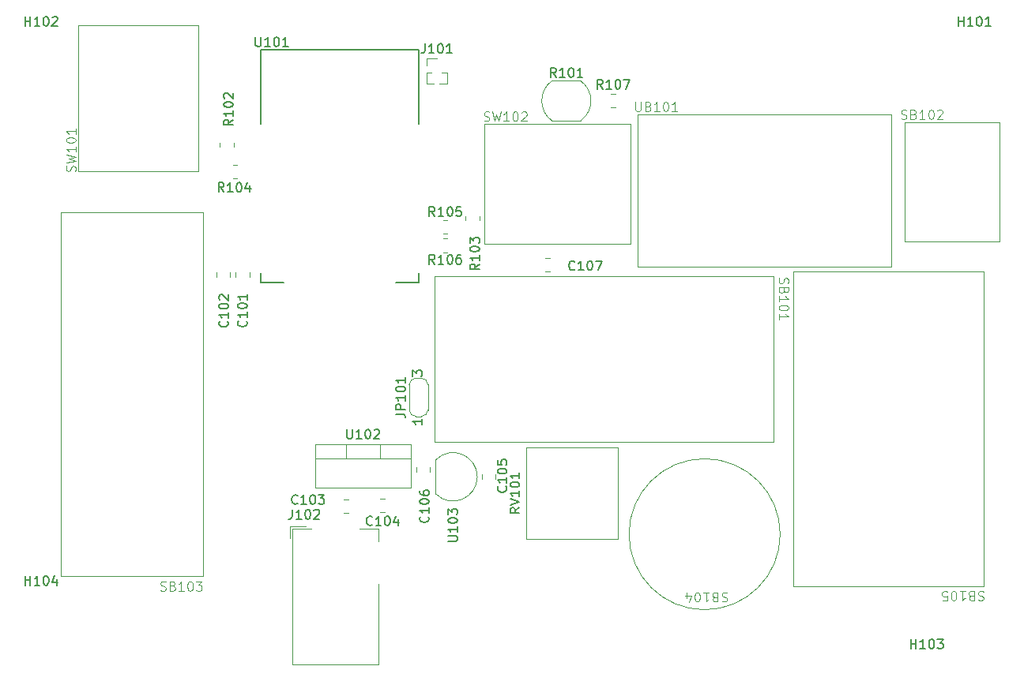
<source format=gbr>
%TF.GenerationSoftware,KiCad,Pcbnew,(7.0.0)*%
%TF.CreationDate,2024-01-25T16:52:26+01:00*%
%TF.ProjectId,Sensorbox,53656e73-6f72-4626-9f78-2e6b69636164,rev?*%
%TF.SameCoordinates,PX62b48e0PY7ffbac0*%
%TF.FileFunction,Legend,Top*%
%TF.FilePolarity,Positive*%
%FSLAX46Y46*%
G04 Gerber Fmt 4.6, Leading zero omitted, Abs format (unit mm)*
G04 Created by KiCad (PCBNEW (7.0.0)) date 2024-01-25 16:52:26*
%MOMM*%
%LPD*%
G01*
G04 APERTURE LIST*
%ADD10C,0.150000*%
%ADD11C,0.100000*%
%ADD12C,0.120000*%
%ADD13C,0.200000*%
G04 APERTURE END LIST*
D10*
%TO.C,H104*%
X3285714Y8832620D02*
X3285714Y9832620D01*
X3285714Y9356429D02*
X3857142Y9356429D01*
X3857142Y8832620D02*
X3857142Y9832620D01*
X4857142Y8832620D02*
X4285714Y8832620D01*
X4571428Y8832620D02*
X4571428Y9832620D01*
X4571428Y9832620D02*
X4476190Y9689762D01*
X4476190Y9689762D02*
X4380952Y9594524D01*
X4380952Y9594524D02*
X4285714Y9546905D01*
X5476190Y9832620D02*
X5571428Y9832620D01*
X5571428Y9832620D02*
X5666666Y9785000D01*
X5666666Y9785000D02*
X5714285Y9737381D01*
X5714285Y9737381D02*
X5761904Y9642143D01*
X5761904Y9642143D02*
X5809523Y9451667D01*
X5809523Y9451667D02*
X5809523Y9213572D01*
X5809523Y9213572D02*
X5761904Y9023096D01*
X5761904Y9023096D02*
X5714285Y8927858D01*
X5714285Y8927858D02*
X5666666Y8880239D01*
X5666666Y8880239D02*
X5571428Y8832620D01*
X5571428Y8832620D02*
X5476190Y8832620D01*
X5476190Y8832620D02*
X5380952Y8880239D01*
X5380952Y8880239D02*
X5333333Y8927858D01*
X5333333Y8927858D02*
X5285714Y9023096D01*
X5285714Y9023096D02*
X5238095Y9213572D01*
X5238095Y9213572D02*
X5238095Y9451667D01*
X5238095Y9451667D02*
X5285714Y9642143D01*
X5285714Y9642143D02*
X5333333Y9737381D01*
X5333333Y9737381D02*
X5380952Y9785000D01*
X5380952Y9785000D02*
X5476190Y9832620D01*
X6666666Y9499286D02*
X6666666Y8832620D01*
X6428571Y9880239D02*
X6190476Y9165953D01*
X6190476Y9165953D02*
X6809523Y9165953D01*
%TO.C,H103*%
X98185714Y2032620D02*
X98185714Y3032620D01*
X98185714Y2556429D02*
X98757142Y2556429D01*
X98757142Y2032620D02*
X98757142Y3032620D01*
X99757142Y2032620D02*
X99185714Y2032620D01*
X99471428Y2032620D02*
X99471428Y3032620D01*
X99471428Y3032620D02*
X99376190Y2889762D01*
X99376190Y2889762D02*
X99280952Y2794524D01*
X99280952Y2794524D02*
X99185714Y2746905D01*
X100376190Y3032620D02*
X100471428Y3032620D01*
X100471428Y3032620D02*
X100566666Y2985000D01*
X100566666Y2985000D02*
X100614285Y2937381D01*
X100614285Y2937381D02*
X100661904Y2842143D01*
X100661904Y2842143D02*
X100709523Y2651667D01*
X100709523Y2651667D02*
X100709523Y2413572D01*
X100709523Y2413572D02*
X100661904Y2223096D01*
X100661904Y2223096D02*
X100614285Y2127858D01*
X100614285Y2127858D02*
X100566666Y2080239D01*
X100566666Y2080239D02*
X100471428Y2032620D01*
X100471428Y2032620D02*
X100376190Y2032620D01*
X100376190Y2032620D02*
X100280952Y2080239D01*
X100280952Y2080239D02*
X100233333Y2127858D01*
X100233333Y2127858D02*
X100185714Y2223096D01*
X100185714Y2223096D02*
X100138095Y2413572D01*
X100138095Y2413572D02*
X100138095Y2651667D01*
X100138095Y2651667D02*
X100185714Y2842143D01*
X100185714Y2842143D02*
X100233333Y2937381D01*
X100233333Y2937381D02*
X100280952Y2985000D01*
X100280952Y2985000D02*
X100376190Y3032620D01*
X101042857Y3032620D02*
X101661904Y3032620D01*
X101661904Y3032620D02*
X101328571Y2651667D01*
X101328571Y2651667D02*
X101471428Y2651667D01*
X101471428Y2651667D02*
X101566666Y2604048D01*
X101566666Y2604048D02*
X101614285Y2556429D01*
X101614285Y2556429D02*
X101661904Y2461191D01*
X101661904Y2461191D02*
X101661904Y2223096D01*
X101661904Y2223096D02*
X101614285Y2127858D01*
X101614285Y2127858D02*
X101566666Y2080239D01*
X101566666Y2080239D02*
X101471428Y2032620D01*
X101471428Y2032620D02*
X101185714Y2032620D01*
X101185714Y2032620D02*
X101090476Y2080239D01*
X101090476Y2080239D02*
X101042857Y2127858D01*
%TO.C,H102*%
X3285714Y68832620D02*
X3285714Y69832620D01*
X3285714Y69356429D02*
X3857142Y69356429D01*
X3857142Y68832620D02*
X3857142Y69832620D01*
X4857142Y68832620D02*
X4285714Y68832620D01*
X4571428Y68832620D02*
X4571428Y69832620D01*
X4571428Y69832620D02*
X4476190Y69689762D01*
X4476190Y69689762D02*
X4380952Y69594524D01*
X4380952Y69594524D02*
X4285714Y69546905D01*
X5476190Y69832620D02*
X5571428Y69832620D01*
X5571428Y69832620D02*
X5666666Y69785000D01*
X5666666Y69785000D02*
X5714285Y69737381D01*
X5714285Y69737381D02*
X5761904Y69642143D01*
X5761904Y69642143D02*
X5809523Y69451667D01*
X5809523Y69451667D02*
X5809523Y69213572D01*
X5809523Y69213572D02*
X5761904Y69023096D01*
X5761904Y69023096D02*
X5714285Y68927858D01*
X5714285Y68927858D02*
X5666666Y68880239D01*
X5666666Y68880239D02*
X5571428Y68832620D01*
X5571428Y68832620D02*
X5476190Y68832620D01*
X5476190Y68832620D02*
X5380952Y68880239D01*
X5380952Y68880239D02*
X5333333Y68927858D01*
X5333333Y68927858D02*
X5285714Y69023096D01*
X5285714Y69023096D02*
X5238095Y69213572D01*
X5238095Y69213572D02*
X5238095Y69451667D01*
X5238095Y69451667D02*
X5285714Y69642143D01*
X5285714Y69642143D02*
X5333333Y69737381D01*
X5333333Y69737381D02*
X5380952Y69785000D01*
X5380952Y69785000D02*
X5476190Y69832620D01*
X6190476Y69737381D02*
X6238095Y69785000D01*
X6238095Y69785000D02*
X6333333Y69832620D01*
X6333333Y69832620D02*
X6571428Y69832620D01*
X6571428Y69832620D02*
X6666666Y69785000D01*
X6666666Y69785000D02*
X6714285Y69737381D01*
X6714285Y69737381D02*
X6761904Y69642143D01*
X6761904Y69642143D02*
X6761904Y69546905D01*
X6761904Y69546905D02*
X6714285Y69404048D01*
X6714285Y69404048D02*
X6142857Y68832620D01*
X6142857Y68832620D02*
X6761904Y68832620D01*
%TO.C,H101*%
X103285714Y68832620D02*
X103285714Y69832620D01*
X103285714Y69356429D02*
X103857142Y69356429D01*
X103857142Y68832620D02*
X103857142Y69832620D01*
X104857142Y68832620D02*
X104285714Y68832620D01*
X104571428Y68832620D02*
X104571428Y69832620D01*
X104571428Y69832620D02*
X104476190Y69689762D01*
X104476190Y69689762D02*
X104380952Y69594524D01*
X104380952Y69594524D02*
X104285714Y69546905D01*
X105476190Y69832620D02*
X105571428Y69832620D01*
X105571428Y69832620D02*
X105666666Y69785000D01*
X105666666Y69785000D02*
X105714285Y69737381D01*
X105714285Y69737381D02*
X105761904Y69642143D01*
X105761904Y69642143D02*
X105809523Y69451667D01*
X105809523Y69451667D02*
X105809523Y69213572D01*
X105809523Y69213572D02*
X105761904Y69023096D01*
X105761904Y69023096D02*
X105714285Y68927858D01*
X105714285Y68927858D02*
X105666666Y68880239D01*
X105666666Y68880239D02*
X105571428Y68832620D01*
X105571428Y68832620D02*
X105476190Y68832620D01*
X105476190Y68832620D02*
X105380952Y68880239D01*
X105380952Y68880239D02*
X105333333Y68927858D01*
X105333333Y68927858D02*
X105285714Y69023096D01*
X105285714Y69023096D02*
X105238095Y69213572D01*
X105238095Y69213572D02*
X105238095Y69451667D01*
X105238095Y69451667D02*
X105285714Y69642143D01*
X105285714Y69642143D02*
X105333333Y69737381D01*
X105333333Y69737381D02*
X105380952Y69785000D01*
X105380952Y69785000D02*
X105476190Y69832620D01*
X106761904Y68832620D02*
X106190476Y68832620D01*
X106476190Y68832620D02*
X106476190Y69832620D01*
X106476190Y69832620D02*
X106380952Y69689762D01*
X106380952Y69689762D02*
X106285714Y69594524D01*
X106285714Y69594524D02*
X106190476Y69546905D01*
%TO.C,R104*%
X24580952Y51032620D02*
X24247619Y51508810D01*
X24009524Y51032620D02*
X24009524Y52032620D01*
X24009524Y52032620D02*
X24390476Y52032620D01*
X24390476Y52032620D02*
X24485714Y51985000D01*
X24485714Y51985000D02*
X24533333Y51937381D01*
X24533333Y51937381D02*
X24580952Y51842143D01*
X24580952Y51842143D02*
X24580952Y51699286D01*
X24580952Y51699286D02*
X24533333Y51604048D01*
X24533333Y51604048D02*
X24485714Y51556429D01*
X24485714Y51556429D02*
X24390476Y51508810D01*
X24390476Y51508810D02*
X24009524Y51508810D01*
X25533333Y51032620D02*
X24961905Y51032620D01*
X25247619Y51032620D02*
X25247619Y52032620D01*
X25247619Y52032620D02*
X25152381Y51889762D01*
X25152381Y51889762D02*
X25057143Y51794524D01*
X25057143Y51794524D02*
X24961905Y51746905D01*
X26152381Y52032620D02*
X26247619Y52032620D01*
X26247619Y52032620D02*
X26342857Y51985000D01*
X26342857Y51985000D02*
X26390476Y51937381D01*
X26390476Y51937381D02*
X26438095Y51842143D01*
X26438095Y51842143D02*
X26485714Y51651667D01*
X26485714Y51651667D02*
X26485714Y51413572D01*
X26485714Y51413572D02*
X26438095Y51223096D01*
X26438095Y51223096D02*
X26390476Y51127858D01*
X26390476Y51127858D02*
X26342857Y51080239D01*
X26342857Y51080239D02*
X26247619Y51032620D01*
X26247619Y51032620D02*
X26152381Y51032620D01*
X26152381Y51032620D02*
X26057143Y51080239D01*
X26057143Y51080239D02*
X26009524Y51127858D01*
X26009524Y51127858D02*
X25961905Y51223096D01*
X25961905Y51223096D02*
X25914286Y51413572D01*
X25914286Y51413572D02*
X25914286Y51651667D01*
X25914286Y51651667D02*
X25961905Y51842143D01*
X25961905Y51842143D02*
X26009524Y51937381D01*
X26009524Y51937381D02*
X26057143Y51985000D01*
X26057143Y51985000D02*
X26152381Y52032620D01*
X27342857Y51699286D02*
X27342857Y51032620D01*
X27104762Y52080239D02*
X26866667Y51365953D01*
X26866667Y51365953D02*
X27485714Y51365953D01*
%TO.C,R106*%
X47180952Y43282620D02*
X46847619Y43758810D01*
X46609524Y43282620D02*
X46609524Y44282620D01*
X46609524Y44282620D02*
X46990476Y44282620D01*
X46990476Y44282620D02*
X47085714Y44235000D01*
X47085714Y44235000D02*
X47133333Y44187381D01*
X47133333Y44187381D02*
X47180952Y44092143D01*
X47180952Y44092143D02*
X47180952Y43949286D01*
X47180952Y43949286D02*
X47133333Y43854048D01*
X47133333Y43854048D02*
X47085714Y43806429D01*
X47085714Y43806429D02*
X46990476Y43758810D01*
X46990476Y43758810D02*
X46609524Y43758810D01*
X48133333Y43282620D02*
X47561905Y43282620D01*
X47847619Y43282620D02*
X47847619Y44282620D01*
X47847619Y44282620D02*
X47752381Y44139762D01*
X47752381Y44139762D02*
X47657143Y44044524D01*
X47657143Y44044524D02*
X47561905Y43996905D01*
X48752381Y44282620D02*
X48847619Y44282620D01*
X48847619Y44282620D02*
X48942857Y44235000D01*
X48942857Y44235000D02*
X48990476Y44187381D01*
X48990476Y44187381D02*
X49038095Y44092143D01*
X49038095Y44092143D02*
X49085714Y43901667D01*
X49085714Y43901667D02*
X49085714Y43663572D01*
X49085714Y43663572D02*
X49038095Y43473096D01*
X49038095Y43473096D02*
X48990476Y43377858D01*
X48990476Y43377858D02*
X48942857Y43330239D01*
X48942857Y43330239D02*
X48847619Y43282620D01*
X48847619Y43282620D02*
X48752381Y43282620D01*
X48752381Y43282620D02*
X48657143Y43330239D01*
X48657143Y43330239D02*
X48609524Y43377858D01*
X48609524Y43377858D02*
X48561905Y43473096D01*
X48561905Y43473096D02*
X48514286Y43663572D01*
X48514286Y43663572D02*
X48514286Y43901667D01*
X48514286Y43901667D02*
X48561905Y44092143D01*
X48561905Y44092143D02*
X48609524Y44187381D01*
X48609524Y44187381D02*
X48657143Y44235000D01*
X48657143Y44235000D02*
X48752381Y44282620D01*
X49942857Y44282620D02*
X49752381Y44282620D01*
X49752381Y44282620D02*
X49657143Y44235000D01*
X49657143Y44235000D02*
X49609524Y44187381D01*
X49609524Y44187381D02*
X49514286Y44044524D01*
X49514286Y44044524D02*
X49466667Y43854048D01*
X49466667Y43854048D02*
X49466667Y43473096D01*
X49466667Y43473096D02*
X49514286Y43377858D01*
X49514286Y43377858D02*
X49561905Y43330239D01*
X49561905Y43330239D02*
X49657143Y43282620D01*
X49657143Y43282620D02*
X49847619Y43282620D01*
X49847619Y43282620D02*
X49942857Y43330239D01*
X49942857Y43330239D02*
X49990476Y43377858D01*
X49990476Y43377858D02*
X50038095Y43473096D01*
X50038095Y43473096D02*
X50038095Y43711191D01*
X50038095Y43711191D02*
X49990476Y43806429D01*
X49990476Y43806429D02*
X49942857Y43854048D01*
X49942857Y43854048D02*
X49847619Y43901667D01*
X49847619Y43901667D02*
X49657143Y43901667D01*
X49657143Y43901667D02*
X49561905Y43854048D01*
X49561905Y43854048D02*
X49514286Y43806429D01*
X49514286Y43806429D02*
X49466667Y43711191D01*
D11*
%TO.C,SW101*%
X8644761Y53239287D02*
X8692380Y53382144D01*
X8692380Y53382144D02*
X8692380Y53620239D01*
X8692380Y53620239D02*
X8644761Y53715477D01*
X8644761Y53715477D02*
X8597142Y53763096D01*
X8597142Y53763096D02*
X8501904Y53810715D01*
X8501904Y53810715D02*
X8406666Y53810715D01*
X8406666Y53810715D02*
X8311428Y53763096D01*
X8311428Y53763096D02*
X8263809Y53715477D01*
X8263809Y53715477D02*
X8216190Y53620239D01*
X8216190Y53620239D02*
X8168571Y53429763D01*
X8168571Y53429763D02*
X8120952Y53334525D01*
X8120952Y53334525D02*
X8073333Y53286906D01*
X8073333Y53286906D02*
X7978095Y53239287D01*
X7978095Y53239287D02*
X7882857Y53239287D01*
X7882857Y53239287D02*
X7787619Y53286906D01*
X7787619Y53286906D02*
X7740000Y53334525D01*
X7740000Y53334525D02*
X7692380Y53429763D01*
X7692380Y53429763D02*
X7692380Y53667858D01*
X7692380Y53667858D02*
X7740000Y53810715D01*
X7692380Y54144049D02*
X8692380Y54382144D01*
X8692380Y54382144D02*
X7978095Y54572620D01*
X7978095Y54572620D02*
X8692380Y54763096D01*
X8692380Y54763096D02*
X7692380Y55001191D01*
X8692380Y55905953D02*
X8692380Y55334525D01*
X8692380Y55620239D02*
X7692380Y55620239D01*
X7692380Y55620239D02*
X7835238Y55525001D01*
X7835238Y55525001D02*
X7930476Y55429763D01*
X7930476Y55429763D02*
X7978095Y55334525D01*
X7692380Y56525001D02*
X7692380Y56620239D01*
X7692380Y56620239D02*
X7740000Y56715477D01*
X7740000Y56715477D02*
X7787619Y56763096D01*
X7787619Y56763096D02*
X7882857Y56810715D01*
X7882857Y56810715D02*
X8073333Y56858334D01*
X8073333Y56858334D02*
X8311428Y56858334D01*
X8311428Y56858334D02*
X8501904Y56810715D01*
X8501904Y56810715D02*
X8597142Y56763096D01*
X8597142Y56763096D02*
X8644761Y56715477D01*
X8644761Y56715477D02*
X8692380Y56620239D01*
X8692380Y56620239D02*
X8692380Y56525001D01*
X8692380Y56525001D02*
X8644761Y56429763D01*
X8644761Y56429763D02*
X8597142Y56382144D01*
X8597142Y56382144D02*
X8501904Y56334525D01*
X8501904Y56334525D02*
X8311428Y56286906D01*
X8311428Y56286906D02*
X8073333Y56286906D01*
X8073333Y56286906D02*
X7882857Y56334525D01*
X7882857Y56334525D02*
X7787619Y56382144D01*
X7787619Y56382144D02*
X7740000Y56429763D01*
X7740000Y56429763D02*
X7692380Y56525001D01*
X8692380Y57810715D02*
X8692380Y57239287D01*
X8692380Y57525001D02*
X7692380Y57525001D01*
X7692380Y57525001D02*
X7835238Y57429763D01*
X7835238Y57429763D02*
X7930476Y57334525D01*
X7930476Y57334525D02*
X7978095Y57239287D01*
D10*
%TO.C,C104*%
X40480952Y15327858D02*
X40433333Y15280239D01*
X40433333Y15280239D02*
X40290476Y15232620D01*
X40290476Y15232620D02*
X40195238Y15232620D01*
X40195238Y15232620D02*
X40052381Y15280239D01*
X40052381Y15280239D02*
X39957143Y15375477D01*
X39957143Y15375477D02*
X39909524Y15470715D01*
X39909524Y15470715D02*
X39861905Y15661191D01*
X39861905Y15661191D02*
X39861905Y15804048D01*
X39861905Y15804048D02*
X39909524Y15994524D01*
X39909524Y15994524D02*
X39957143Y16089762D01*
X39957143Y16089762D02*
X40052381Y16185000D01*
X40052381Y16185000D02*
X40195238Y16232620D01*
X40195238Y16232620D02*
X40290476Y16232620D01*
X40290476Y16232620D02*
X40433333Y16185000D01*
X40433333Y16185000D02*
X40480952Y16137381D01*
X41433333Y15232620D02*
X40861905Y15232620D01*
X41147619Y15232620D02*
X41147619Y16232620D01*
X41147619Y16232620D02*
X41052381Y16089762D01*
X41052381Y16089762D02*
X40957143Y15994524D01*
X40957143Y15994524D02*
X40861905Y15946905D01*
X42052381Y16232620D02*
X42147619Y16232620D01*
X42147619Y16232620D02*
X42242857Y16185000D01*
X42242857Y16185000D02*
X42290476Y16137381D01*
X42290476Y16137381D02*
X42338095Y16042143D01*
X42338095Y16042143D02*
X42385714Y15851667D01*
X42385714Y15851667D02*
X42385714Y15613572D01*
X42385714Y15613572D02*
X42338095Y15423096D01*
X42338095Y15423096D02*
X42290476Y15327858D01*
X42290476Y15327858D02*
X42242857Y15280239D01*
X42242857Y15280239D02*
X42147619Y15232620D01*
X42147619Y15232620D02*
X42052381Y15232620D01*
X42052381Y15232620D02*
X41957143Y15280239D01*
X41957143Y15280239D02*
X41909524Y15327858D01*
X41909524Y15327858D02*
X41861905Y15423096D01*
X41861905Y15423096D02*
X41814286Y15613572D01*
X41814286Y15613572D02*
X41814286Y15851667D01*
X41814286Y15851667D02*
X41861905Y16042143D01*
X41861905Y16042143D02*
X41909524Y16137381D01*
X41909524Y16137381D02*
X41957143Y16185000D01*
X41957143Y16185000D02*
X42052381Y16232620D01*
X43242857Y15899286D02*
X43242857Y15232620D01*
X43004762Y16280239D02*
X42766667Y15565953D01*
X42766667Y15565953D02*
X43385714Y15565953D01*
D11*
%TO.C,SB103*%
X17785714Y8280239D02*
X17928571Y8232620D01*
X17928571Y8232620D02*
X18166666Y8232620D01*
X18166666Y8232620D02*
X18261904Y8280239D01*
X18261904Y8280239D02*
X18309523Y8327858D01*
X18309523Y8327858D02*
X18357142Y8423096D01*
X18357142Y8423096D02*
X18357142Y8518334D01*
X18357142Y8518334D02*
X18309523Y8613572D01*
X18309523Y8613572D02*
X18261904Y8661191D01*
X18261904Y8661191D02*
X18166666Y8708810D01*
X18166666Y8708810D02*
X17976190Y8756429D01*
X17976190Y8756429D02*
X17880952Y8804048D01*
X17880952Y8804048D02*
X17833333Y8851667D01*
X17833333Y8851667D02*
X17785714Y8946905D01*
X17785714Y8946905D02*
X17785714Y9042143D01*
X17785714Y9042143D02*
X17833333Y9137381D01*
X17833333Y9137381D02*
X17880952Y9185000D01*
X17880952Y9185000D02*
X17976190Y9232620D01*
X17976190Y9232620D02*
X18214285Y9232620D01*
X18214285Y9232620D02*
X18357142Y9185000D01*
X19119047Y8756429D02*
X19261904Y8708810D01*
X19261904Y8708810D02*
X19309523Y8661191D01*
X19309523Y8661191D02*
X19357142Y8565953D01*
X19357142Y8565953D02*
X19357142Y8423096D01*
X19357142Y8423096D02*
X19309523Y8327858D01*
X19309523Y8327858D02*
X19261904Y8280239D01*
X19261904Y8280239D02*
X19166666Y8232620D01*
X19166666Y8232620D02*
X18785714Y8232620D01*
X18785714Y8232620D02*
X18785714Y9232620D01*
X18785714Y9232620D02*
X19119047Y9232620D01*
X19119047Y9232620D02*
X19214285Y9185000D01*
X19214285Y9185000D02*
X19261904Y9137381D01*
X19261904Y9137381D02*
X19309523Y9042143D01*
X19309523Y9042143D02*
X19309523Y8946905D01*
X19309523Y8946905D02*
X19261904Y8851667D01*
X19261904Y8851667D02*
X19214285Y8804048D01*
X19214285Y8804048D02*
X19119047Y8756429D01*
X19119047Y8756429D02*
X18785714Y8756429D01*
X20309523Y8232620D02*
X19738095Y8232620D01*
X20023809Y8232620D02*
X20023809Y9232620D01*
X20023809Y9232620D02*
X19928571Y9089762D01*
X19928571Y9089762D02*
X19833333Y8994524D01*
X19833333Y8994524D02*
X19738095Y8946905D01*
X20928571Y9232620D02*
X21023809Y9232620D01*
X21023809Y9232620D02*
X21119047Y9185000D01*
X21119047Y9185000D02*
X21166666Y9137381D01*
X21166666Y9137381D02*
X21214285Y9042143D01*
X21214285Y9042143D02*
X21261904Y8851667D01*
X21261904Y8851667D02*
X21261904Y8613572D01*
X21261904Y8613572D02*
X21214285Y8423096D01*
X21214285Y8423096D02*
X21166666Y8327858D01*
X21166666Y8327858D02*
X21119047Y8280239D01*
X21119047Y8280239D02*
X21023809Y8232620D01*
X21023809Y8232620D02*
X20928571Y8232620D01*
X20928571Y8232620D02*
X20833333Y8280239D01*
X20833333Y8280239D02*
X20785714Y8327858D01*
X20785714Y8327858D02*
X20738095Y8423096D01*
X20738095Y8423096D02*
X20690476Y8613572D01*
X20690476Y8613572D02*
X20690476Y8851667D01*
X20690476Y8851667D02*
X20738095Y9042143D01*
X20738095Y9042143D02*
X20785714Y9137381D01*
X20785714Y9137381D02*
X20833333Y9185000D01*
X20833333Y9185000D02*
X20928571Y9232620D01*
X21595238Y9232620D02*
X22214285Y9232620D01*
X22214285Y9232620D02*
X21880952Y8851667D01*
X21880952Y8851667D02*
X22023809Y8851667D01*
X22023809Y8851667D02*
X22119047Y8804048D01*
X22119047Y8804048D02*
X22166666Y8756429D01*
X22166666Y8756429D02*
X22214285Y8661191D01*
X22214285Y8661191D02*
X22214285Y8423096D01*
X22214285Y8423096D02*
X22166666Y8327858D01*
X22166666Y8327858D02*
X22119047Y8280239D01*
X22119047Y8280239D02*
X22023809Y8232620D01*
X22023809Y8232620D02*
X21738095Y8232620D01*
X21738095Y8232620D02*
X21642857Y8280239D01*
X21642857Y8280239D02*
X21595238Y8327858D01*
%TO.C,SW102*%
X52476102Y58685763D02*
X52618959Y58638144D01*
X52618959Y58638144D02*
X52857054Y58638144D01*
X52857054Y58638144D02*
X52952292Y58685763D01*
X52952292Y58685763D02*
X52999911Y58733382D01*
X52999911Y58733382D02*
X53047530Y58828620D01*
X53047530Y58828620D02*
X53047530Y58923858D01*
X53047530Y58923858D02*
X52999911Y59019096D01*
X52999911Y59019096D02*
X52952292Y59066715D01*
X52952292Y59066715D02*
X52857054Y59114334D01*
X52857054Y59114334D02*
X52666578Y59161953D01*
X52666578Y59161953D02*
X52571340Y59209572D01*
X52571340Y59209572D02*
X52523721Y59257191D01*
X52523721Y59257191D02*
X52476102Y59352429D01*
X52476102Y59352429D02*
X52476102Y59447667D01*
X52476102Y59447667D02*
X52523721Y59542905D01*
X52523721Y59542905D02*
X52571340Y59590524D01*
X52571340Y59590524D02*
X52666578Y59638144D01*
X52666578Y59638144D02*
X52904673Y59638144D01*
X52904673Y59638144D02*
X53047530Y59590524D01*
X53380864Y59638144D02*
X53618959Y58638144D01*
X53618959Y58638144D02*
X53809435Y59352429D01*
X53809435Y59352429D02*
X53999911Y58638144D01*
X53999911Y58638144D02*
X54238007Y59638144D01*
X55142768Y58638144D02*
X54571340Y58638144D01*
X54857054Y58638144D02*
X54857054Y59638144D01*
X54857054Y59638144D02*
X54761816Y59495286D01*
X54761816Y59495286D02*
X54666578Y59400048D01*
X54666578Y59400048D02*
X54571340Y59352429D01*
X55761816Y59638144D02*
X55857054Y59638144D01*
X55857054Y59638144D02*
X55952292Y59590524D01*
X55952292Y59590524D02*
X55999911Y59542905D01*
X55999911Y59542905D02*
X56047530Y59447667D01*
X56047530Y59447667D02*
X56095149Y59257191D01*
X56095149Y59257191D02*
X56095149Y59019096D01*
X56095149Y59019096D02*
X56047530Y58828620D01*
X56047530Y58828620D02*
X55999911Y58733382D01*
X55999911Y58733382D02*
X55952292Y58685763D01*
X55952292Y58685763D02*
X55857054Y58638144D01*
X55857054Y58638144D02*
X55761816Y58638144D01*
X55761816Y58638144D02*
X55666578Y58685763D01*
X55666578Y58685763D02*
X55618959Y58733382D01*
X55618959Y58733382D02*
X55571340Y58828620D01*
X55571340Y58828620D02*
X55523721Y59019096D01*
X55523721Y59019096D02*
X55523721Y59257191D01*
X55523721Y59257191D02*
X55571340Y59447667D01*
X55571340Y59447667D02*
X55618959Y59542905D01*
X55618959Y59542905D02*
X55666578Y59590524D01*
X55666578Y59590524D02*
X55761816Y59638144D01*
X56476102Y59542905D02*
X56523721Y59590524D01*
X56523721Y59590524D02*
X56618959Y59638144D01*
X56618959Y59638144D02*
X56857054Y59638144D01*
X56857054Y59638144D02*
X56952292Y59590524D01*
X56952292Y59590524D02*
X56999911Y59542905D01*
X56999911Y59542905D02*
X57047530Y59447667D01*
X57047530Y59447667D02*
X57047530Y59352429D01*
X57047530Y59352429D02*
X56999911Y59209572D01*
X56999911Y59209572D02*
X56428483Y58638144D01*
X56428483Y58638144D02*
X57047530Y58638144D01*
D10*
%TO.C,C102*%
X24972142Y37143453D02*
X25019761Y37095834D01*
X25019761Y37095834D02*
X25067380Y36952977D01*
X25067380Y36952977D02*
X25067380Y36857739D01*
X25067380Y36857739D02*
X25019761Y36714882D01*
X25019761Y36714882D02*
X24924523Y36619644D01*
X24924523Y36619644D02*
X24829285Y36572025D01*
X24829285Y36572025D02*
X24638809Y36524406D01*
X24638809Y36524406D02*
X24495952Y36524406D01*
X24495952Y36524406D02*
X24305476Y36572025D01*
X24305476Y36572025D02*
X24210238Y36619644D01*
X24210238Y36619644D02*
X24115000Y36714882D01*
X24115000Y36714882D02*
X24067380Y36857739D01*
X24067380Y36857739D02*
X24067380Y36952977D01*
X24067380Y36952977D02*
X24115000Y37095834D01*
X24115000Y37095834D02*
X24162619Y37143453D01*
X25067380Y38095834D02*
X25067380Y37524406D01*
X25067380Y37810120D02*
X24067380Y37810120D01*
X24067380Y37810120D02*
X24210238Y37714882D01*
X24210238Y37714882D02*
X24305476Y37619644D01*
X24305476Y37619644D02*
X24353095Y37524406D01*
X24067380Y38714882D02*
X24067380Y38810120D01*
X24067380Y38810120D02*
X24115000Y38905358D01*
X24115000Y38905358D02*
X24162619Y38952977D01*
X24162619Y38952977D02*
X24257857Y39000596D01*
X24257857Y39000596D02*
X24448333Y39048215D01*
X24448333Y39048215D02*
X24686428Y39048215D01*
X24686428Y39048215D02*
X24876904Y39000596D01*
X24876904Y39000596D02*
X24972142Y38952977D01*
X24972142Y38952977D02*
X25019761Y38905358D01*
X25019761Y38905358D02*
X25067380Y38810120D01*
X25067380Y38810120D02*
X25067380Y38714882D01*
X25067380Y38714882D02*
X25019761Y38619644D01*
X25019761Y38619644D02*
X24972142Y38572025D01*
X24972142Y38572025D02*
X24876904Y38524406D01*
X24876904Y38524406D02*
X24686428Y38476787D01*
X24686428Y38476787D02*
X24448333Y38476787D01*
X24448333Y38476787D02*
X24257857Y38524406D01*
X24257857Y38524406D02*
X24162619Y38572025D01*
X24162619Y38572025D02*
X24115000Y38619644D01*
X24115000Y38619644D02*
X24067380Y38714882D01*
X24162619Y39429168D02*
X24115000Y39476787D01*
X24115000Y39476787D02*
X24067380Y39572025D01*
X24067380Y39572025D02*
X24067380Y39810120D01*
X24067380Y39810120D02*
X24115000Y39905358D01*
X24115000Y39905358D02*
X24162619Y39952977D01*
X24162619Y39952977D02*
X24257857Y40000596D01*
X24257857Y40000596D02*
X24353095Y40000596D01*
X24353095Y40000596D02*
X24495952Y39952977D01*
X24495952Y39952977D02*
X25067380Y39381549D01*
X25067380Y39381549D02*
X25067380Y40000596D01*
%TO.C,U103*%
X48607380Y13548215D02*
X49416904Y13548215D01*
X49416904Y13548215D02*
X49512142Y13595834D01*
X49512142Y13595834D02*
X49559761Y13643453D01*
X49559761Y13643453D02*
X49607380Y13738691D01*
X49607380Y13738691D02*
X49607380Y13929167D01*
X49607380Y13929167D02*
X49559761Y14024405D01*
X49559761Y14024405D02*
X49512142Y14072024D01*
X49512142Y14072024D02*
X49416904Y14119643D01*
X49416904Y14119643D02*
X48607380Y14119643D01*
X49607380Y15119643D02*
X49607380Y14548215D01*
X49607380Y14833929D02*
X48607380Y14833929D01*
X48607380Y14833929D02*
X48750238Y14738691D01*
X48750238Y14738691D02*
X48845476Y14643453D01*
X48845476Y14643453D02*
X48893095Y14548215D01*
X48607380Y15738691D02*
X48607380Y15833929D01*
X48607380Y15833929D02*
X48655000Y15929167D01*
X48655000Y15929167D02*
X48702619Y15976786D01*
X48702619Y15976786D02*
X48797857Y16024405D01*
X48797857Y16024405D02*
X48988333Y16072024D01*
X48988333Y16072024D02*
X49226428Y16072024D01*
X49226428Y16072024D02*
X49416904Y16024405D01*
X49416904Y16024405D02*
X49512142Y15976786D01*
X49512142Y15976786D02*
X49559761Y15929167D01*
X49559761Y15929167D02*
X49607380Y15833929D01*
X49607380Y15833929D02*
X49607380Y15738691D01*
X49607380Y15738691D02*
X49559761Y15643453D01*
X49559761Y15643453D02*
X49512142Y15595834D01*
X49512142Y15595834D02*
X49416904Y15548215D01*
X49416904Y15548215D02*
X49226428Y15500596D01*
X49226428Y15500596D02*
X48988333Y15500596D01*
X48988333Y15500596D02*
X48797857Y15548215D01*
X48797857Y15548215D02*
X48702619Y15595834D01*
X48702619Y15595834D02*
X48655000Y15643453D01*
X48655000Y15643453D02*
X48607380Y15738691D01*
X48607380Y16405358D02*
X48607380Y17024405D01*
X48607380Y17024405D02*
X48988333Y16691072D01*
X48988333Y16691072D02*
X48988333Y16833929D01*
X48988333Y16833929D02*
X49035952Y16929167D01*
X49035952Y16929167D02*
X49083571Y16976786D01*
X49083571Y16976786D02*
X49178809Y17024405D01*
X49178809Y17024405D02*
X49416904Y17024405D01*
X49416904Y17024405D02*
X49512142Y16976786D01*
X49512142Y16976786D02*
X49559761Y16929167D01*
X49559761Y16929167D02*
X49607380Y16833929D01*
X49607380Y16833929D02*
X49607380Y16548215D01*
X49607380Y16548215D02*
X49559761Y16452977D01*
X49559761Y16452977D02*
X49512142Y16405358D01*
D11*
%TO.C,SB105*%
X105984285Y8139762D02*
X105841428Y8187381D01*
X105841428Y8187381D02*
X105603333Y8187381D01*
X105603333Y8187381D02*
X105508095Y8139762D01*
X105508095Y8139762D02*
X105460476Y8092143D01*
X105460476Y8092143D02*
X105412857Y7996905D01*
X105412857Y7996905D02*
X105412857Y7901667D01*
X105412857Y7901667D02*
X105460476Y7806429D01*
X105460476Y7806429D02*
X105508095Y7758810D01*
X105508095Y7758810D02*
X105603333Y7711191D01*
X105603333Y7711191D02*
X105793809Y7663572D01*
X105793809Y7663572D02*
X105889047Y7615953D01*
X105889047Y7615953D02*
X105936666Y7568334D01*
X105936666Y7568334D02*
X105984285Y7473096D01*
X105984285Y7473096D02*
X105984285Y7377858D01*
X105984285Y7377858D02*
X105936666Y7282620D01*
X105936666Y7282620D02*
X105889047Y7235000D01*
X105889047Y7235000D02*
X105793809Y7187381D01*
X105793809Y7187381D02*
X105555714Y7187381D01*
X105555714Y7187381D02*
X105412857Y7235000D01*
X104650952Y7663572D02*
X104508095Y7711191D01*
X104508095Y7711191D02*
X104460476Y7758810D01*
X104460476Y7758810D02*
X104412857Y7854048D01*
X104412857Y7854048D02*
X104412857Y7996905D01*
X104412857Y7996905D02*
X104460476Y8092143D01*
X104460476Y8092143D02*
X104508095Y8139762D01*
X104508095Y8139762D02*
X104603333Y8187381D01*
X104603333Y8187381D02*
X104984285Y8187381D01*
X104984285Y8187381D02*
X104984285Y7187381D01*
X104984285Y7187381D02*
X104650952Y7187381D01*
X104650952Y7187381D02*
X104555714Y7235000D01*
X104555714Y7235000D02*
X104508095Y7282620D01*
X104508095Y7282620D02*
X104460476Y7377858D01*
X104460476Y7377858D02*
X104460476Y7473096D01*
X104460476Y7473096D02*
X104508095Y7568334D01*
X104508095Y7568334D02*
X104555714Y7615953D01*
X104555714Y7615953D02*
X104650952Y7663572D01*
X104650952Y7663572D02*
X104984285Y7663572D01*
X103460476Y8187381D02*
X104031904Y8187381D01*
X103746190Y8187381D02*
X103746190Y7187381D01*
X103746190Y7187381D02*
X103841428Y7330239D01*
X103841428Y7330239D02*
X103936666Y7425477D01*
X103936666Y7425477D02*
X104031904Y7473096D01*
X102841428Y7187381D02*
X102746190Y7187381D01*
X102746190Y7187381D02*
X102650952Y7235000D01*
X102650952Y7235000D02*
X102603333Y7282620D01*
X102603333Y7282620D02*
X102555714Y7377858D01*
X102555714Y7377858D02*
X102508095Y7568334D01*
X102508095Y7568334D02*
X102508095Y7806429D01*
X102508095Y7806429D02*
X102555714Y7996905D01*
X102555714Y7996905D02*
X102603333Y8092143D01*
X102603333Y8092143D02*
X102650952Y8139762D01*
X102650952Y8139762D02*
X102746190Y8187381D01*
X102746190Y8187381D02*
X102841428Y8187381D01*
X102841428Y8187381D02*
X102936666Y8139762D01*
X102936666Y8139762D02*
X102984285Y8092143D01*
X102984285Y8092143D02*
X103031904Y7996905D01*
X103031904Y7996905D02*
X103079523Y7806429D01*
X103079523Y7806429D02*
X103079523Y7568334D01*
X103079523Y7568334D02*
X103031904Y7377858D01*
X103031904Y7377858D02*
X102984285Y7282620D01*
X102984285Y7282620D02*
X102936666Y7235000D01*
X102936666Y7235000D02*
X102841428Y7187381D01*
X101603333Y7187381D02*
X102079523Y7187381D01*
X102079523Y7187381D02*
X102127142Y7663572D01*
X102127142Y7663572D02*
X102079523Y7615953D01*
X102079523Y7615953D02*
X101984285Y7568334D01*
X101984285Y7568334D02*
X101746190Y7568334D01*
X101746190Y7568334D02*
X101650952Y7615953D01*
X101650952Y7615953D02*
X101603333Y7663572D01*
X101603333Y7663572D02*
X101555714Y7758810D01*
X101555714Y7758810D02*
X101555714Y7996905D01*
X101555714Y7996905D02*
X101603333Y8092143D01*
X101603333Y8092143D02*
X101650952Y8139762D01*
X101650952Y8139762D02*
X101746190Y8187381D01*
X101746190Y8187381D02*
X101984285Y8187381D01*
X101984285Y8187381D02*
X102079523Y8139762D01*
X102079523Y8139762D02*
X102127142Y8092143D01*
D10*
%TO.C,J101*%
X46114285Y66927620D02*
X46114285Y66213334D01*
X46114285Y66213334D02*
X46066666Y66070477D01*
X46066666Y66070477D02*
X45971428Y65975239D01*
X45971428Y65975239D02*
X45828571Y65927620D01*
X45828571Y65927620D02*
X45733333Y65927620D01*
X47114285Y65927620D02*
X46542857Y65927620D01*
X46828571Y65927620D02*
X46828571Y66927620D01*
X46828571Y66927620D02*
X46733333Y66784762D01*
X46733333Y66784762D02*
X46638095Y66689524D01*
X46638095Y66689524D02*
X46542857Y66641905D01*
X47733333Y66927620D02*
X47828571Y66927620D01*
X47828571Y66927620D02*
X47923809Y66880000D01*
X47923809Y66880000D02*
X47971428Y66832381D01*
X47971428Y66832381D02*
X48019047Y66737143D01*
X48019047Y66737143D02*
X48066666Y66546667D01*
X48066666Y66546667D02*
X48066666Y66308572D01*
X48066666Y66308572D02*
X48019047Y66118096D01*
X48019047Y66118096D02*
X47971428Y66022858D01*
X47971428Y66022858D02*
X47923809Y65975239D01*
X47923809Y65975239D02*
X47828571Y65927620D01*
X47828571Y65927620D02*
X47733333Y65927620D01*
X47733333Y65927620D02*
X47638095Y65975239D01*
X47638095Y65975239D02*
X47590476Y66022858D01*
X47590476Y66022858D02*
X47542857Y66118096D01*
X47542857Y66118096D02*
X47495238Y66308572D01*
X47495238Y66308572D02*
X47495238Y66546667D01*
X47495238Y66546667D02*
X47542857Y66737143D01*
X47542857Y66737143D02*
X47590476Y66832381D01*
X47590476Y66832381D02*
X47638095Y66880000D01*
X47638095Y66880000D02*
X47733333Y66927620D01*
X49019047Y65927620D02*
X48447619Y65927620D01*
X48733333Y65927620D02*
X48733333Y66927620D01*
X48733333Y66927620D02*
X48638095Y66784762D01*
X48638095Y66784762D02*
X48542857Y66689524D01*
X48542857Y66689524D02*
X48447619Y66641905D01*
D11*
%TO.C,SB104*%
X78514285Y8019762D02*
X78371428Y8067381D01*
X78371428Y8067381D02*
X78133333Y8067381D01*
X78133333Y8067381D02*
X78038095Y8019762D01*
X78038095Y8019762D02*
X77990476Y7972143D01*
X77990476Y7972143D02*
X77942857Y7876905D01*
X77942857Y7876905D02*
X77942857Y7781667D01*
X77942857Y7781667D02*
X77990476Y7686429D01*
X77990476Y7686429D02*
X78038095Y7638810D01*
X78038095Y7638810D02*
X78133333Y7591191D01*
X78133333Y7591191D02*
X78323809Y7543572D01*
X78323809Y7543572D02*
X78419047Y7495953D01*
X78419047Y7495953D02*
X78466666Y7448334D01*
X78466666Y7448334D02*
X78514285Y7353096D01*
X78514285Y7353096D02*
X78514285Y7257858D01*
X78514285Y7257858D02*
X78466666Y7162620D01*
X78466666Y7162620D02*
X78419047Y7115000D01*
X78419047Y7115000D02*
X78323809Y7067381D01*
X78323809Y7067381D02*
X78085714Y7067381D01*
X78085714Y7067381D02*
X77942857Y7115000D01*
X77180952Y7543572D02*
X77038095Y7591191D01*
X77038095Y7591191D02*
X76990476Y7638810D01*
X76990476Y7638810D02*
X76942857Y7734048D01*
X76942857Y7734048D02*
X76942857Y7876905D01*
X76942857Y7876905D02*
X76990476Y7972143D01*
X76990476Y7972143D02*
X77038095Y8019762D01*
X77038095Y8019762D02*
X77133333Y8067381D01*
X77133333Y8067381D02*
X77514285Y8067381D01*
X77514285Y8067381D02*
X77514285Y7067381D01*
X77514285Y7067381D02*
X77180952Y7067381D01*
X77180952Y7067381D02*
X77085714Y7115000D01*
X77085714Y7115000D02*
X77038095Y7162620D01*
X77038095Y7162620D02*
X76990476Y7257858D01*
X76990476Y7257858D02*
X76990476Y7353096D01*
X76990476Y7353096D02*
X77038095Y7448334D01*
X77038095Y7448334D02*
X77085714Y7495953D01*
X77085714Y7495953D02*
X77180952Y7543572D01*
X77180952Y7543572D02*
X77514285Y7543572D01*
X75990476Y8067381D02*
X76561904Y8067381D01*
X76276190Y8067381D02*
X76276190Y7067381D01*
X76276190Y7067381D02*
X76371428Y7210239D01*
X76371428Y7210239D02*
X76466666Y7305477D01*
X76466666Y7305477D02*
X76561904Y7353096D01*
X75371428Y7067381D02*
X75276190Y7067381D01*
X75276190Y7067381D02*
X75180952Y7115000D01*
X75180952Y7115000D02*
X75133333Y7162620D01*
X75133333Y7162620D02*
X75085714Y7257858D01*
X75085714Y7257858D02*
X75038095Y7448334D01*
X75038095Y7448334D02*
X75038095Y7686429D01*
X75038095Y7686429D02*
X75085714Y7876905D01*
X75085714Y7876905D02*
X75133333Y7972143D01*
X75133333Y7972143D02*
X75180952Y8019762D01*
X75180952Y8019762D02*
X75276190Y8067381D01*
X75276190Y8067381D02*
X75371428Y8067381D01*
X75371428Y8067381D02*
X75466666Y8019762D01*
X75466666Y8019762D02*
X75514285Y7972143D01*
X75514285Y7972143D02*
X75561904Y7876905D01*
X75561904Y7876905D02*
X75609523Y7686429D01*
X75609523Y7686429D02*
X75609523Y7448334D01*
X75609523Y7448334D02*
X75561904Y7257858D01*
X75561904Y7257858D02*
X75514285Y7162620D01*
X75514285Y7162620D02*
X75466666Y7115000D01*
X75466666Y7115000D02*
X75371428Y7067381D01*
X74180952Y7400715D02*
X74180952Y8067381D01*
X74419047Y7019762D02*
X74657142Y7734048D01*
X74657142Y7734048D02*
X74038095Y7734048D01*
D10*
%TO.C,R103*%
X51967380Y43280953D02*
X51491190Y42947620D01*
X51967380Y42709525D02*
X50967380Y42709525D01*
X50967380Y42709525D02*
X50967380Y43090477D01*
X50967380Y43090477D02*
X51015000Y43185715D01*
X51015000Y43185715D02*
X51062619Y43233334D01*
X51062619Y43233334D02*
X51157857Y43280953D01*
X51157857Y43280953D02*
X51300714Y43280953D01*
X51300714Y43280953D02*
X51395952Y43233334D01*
X51395952Y43233334D02*
X51443571Y43185715D01*
X51443571Y43185715D02*
X51491190Y43090477D01*
X51491190Y43090477D02*
X51491190Y42709525D01*
X51967380Y44233334D02*
X51967380Y43661906D01*
X51967380Y43947620D02*
X50967380Y43947620D01*
X50967380Y43947620D02*
X51110238Y43852382D01*
X51110238Y43852382D02*
X51205476Y43757144D01*
X51205476Y43757144D02*
X51253095Y43661906D01*
X50967380Y44852382D02*
X50967380Y44947620D01*
X50967380Y44947620D02*
X51015000Y45042858D01*
X51015000Y45042858D02*
X51062619Y45090477D01*
X51062619Y45090477D02*
X51157857Y45138096D01*
X51157857Y45138096D02*
X51348333Y45185715D01*
X51348333Y45185715D02*
X51586428Y45185715D01*
X51586428Y45185715D02*
X51776904Y45138096D01*
X51776904Y45138096D02*
X51872142Y45090477D01*
X51872142Y45090477D02*
X51919761Y45042858D01*
X51919761Y45042858D02*
X51967380Y44947620D01*
X51967380Y44947620D02*
X51967380Y44852382D01*
X51967380Y44852382D02*
X51919761Y44757144D01*
X51919761Y44757144D02*
X51872142Y44709525D01*
X51872142Y44709525D02*
X51776904Y44661906D01*
X51776904Y44661906D02*
X51586428Y44614287D01*
X51586428Y44614287D02*
X51348333Y44614287D01*
X51348333Y44614287D02*
X51157857Y44661906D01*
X51157857Y44661906D02*
X51062619Y44709525D01*
X51062619Y44709525D02*
X51015000Y44757144D01*
X51015000Y44757144D02*
X50967380Y44852382D01*
X50967380Y45519049D02*
X50967380Y46138096D01*
X50967380Y46138096D02*
X51348333Y45804763D01*
X51348333Y45804763D02*
X51348333Y45947620D01*
X51348333Y45947620D02*
X51395952Y46042858D01*
X51395952Y46042858D02*
X51443571Y46090477D01*
X51443571Y46090477D02*
X51538809Y46138096D01*
X51538809Y46138096D02*
X51776904Y46138096D01*
X51776904Y46138096D02*
X51872142Y46090477D01*
X51872142Y46090477D02*
X51919761Y46042858D01*
X51919761Y46042858D02*
X51967380Y45947620D01*
X51967380Y45947620D02*
X51967380Y45661906D01*
X51967380Y45661906D02*
X51919761Y45566668D01*
X51919761Y45566668D02*
X51872142Y45519049D01*
%TO.C,R105*%
X47180952Y48432620D02*
X46847619Y48908810D01*
X46609524Y48432620D02*
X46609524Y49432620D01*
X46609524Y49432620D02*
X46990476Y49432620D01*
X46990476Y49432620D02*
X47085714Y49385000D01*
X47085714Y49385000D02*
X47133333Y49337381D01*
X47133333Y49337381D02*
X47180952Y49242143D01*
X47180952Y49242143D02*
X47180952Y49099286D01*
X47180952Y49099286D02*
X47133333Y49004048D01*
X47133333Y49004048D02*
X47085714Y48956429D01*
X47085714Y48956429D02*
X46990476Y48908810D01*
X46990476Y48908810D02*
X46609524Y48908810D01*
X48133333Y48432620D02*
X47561905Y48432620D01*
X47847619Y48432620D02*
X47847619Y49432620D01*
X47847619Y49432620D02*
X47752381Y49289762D01*
X47752381Y49289762D02*
X47657143Y49194524D01*
X47657143Y49194524D02*
X47561905Y49146905D01*
X48752381Y49432620D02*
X48847619Y49432620D01*
X48847619Y49432620D02*
X48942857Y49385000D01*
X48942857Y49385000D02*
X48990476Y49337381D01*
X48990476Y49337381D02*
X49038095Y49242143D01*
X49038095Y49242143D02*
X49085714Y49051667D01*
X49085714Y49051667D02*
X49085714Y48813572D01*
X49085714Y48813572D02*
X49038095Y48623096D01*
X49038095Y48623096D02*
X48990476Y48527858D01*
X48990476Y48527858D02*
X48942857Y48480239D01*
X48942857Y48480239D02*
X48847619Y48432620D01*
X48847619Y48432620D02*
X48752381Y48432620D01*
X48752381Y48432620D02*
X48657143Y48480239D01*
X48657143Y48480239D02*
X48609524Y48527858D01*
X48609524Y48527858D02*
X48561905Y48623096D01*
X48561905Y48623096D02*
X48514286Y48813572D01*
X48514286Y48813572D02*
X48514286Y49051667D01*
X48514286Y49051667D02*
X48561905Y49242143D01*
X48561905Y49242143D02*
X48609524Y49337381D01*
X48609524Y49337381D02*
X48657143Y49385000D01*
X48657143Y49385000D02*
X48752381Y49432620D01*
X49990476Y49432620D02*
X49514286Y49432620D01*
X49514286Y49432620D02*
X49466667Y48956429D01*
X49466667Y48956429D02*
X49514286Y49004048D01*
X49514286Y49004048D02*
X49609524Y49051667D01*
X49609524Y49051667D02*
X49847619Y49051667D01*
X49847619Y49051667D02*
X49942857Y49004048D01*
X49942857Y49004048D02*
X49990476Y48956429D01*
X49990476Y48956429D02*
X50038095Y48861191D01*
X50038095Y48861191D02*
X50038095Y48623096D01*
X50038095Y48623096D02*
X49990476Y48527858D01*
X49990476Y48527858D02*
X49942857Y48480239D01*
X49942857Y48480239D02*
X49847619Y48432620D01*
X49847619Y48432620D02*
X49609524Y48432620D01*
X49609524Y48432620D02*
X49514286Y48480239D01*
X49514286Y48480239D02*
X49466667Y48527858D01*
D11*
%TO.C,SB102*%
X97175714Y58880239D02*
X97318571Y58832620D01*
X97318571Y58832620D02*
X97556666Y58832620D01*
X97556666Y58832620D02*
X97651904Y58880239D01*
X97651904Y58880239D02*
X97699523Y58927858D01*
X97699523Y58927858D02*
X97747142Y59023096D01*
X97747142Y59023096D02*
X97747142Y59118334D01*
X97747142Y59118334D02*
X97699523Y59213572D01*
X97699523Y59213572D02*
X97651904Y59261191D01*
X97651904Y59261191D02*
X97556666Y59308810D01*
X97556666Y59308810D02*
X97366190Y59356429D01*
X97366190Y59356429D02*
X97270952Y59404048D01*
X97270952Y59404048D02*
X97223333Y59451667D01*
X97223333Y59451667D02*
X97175714Y59546905D01*
X97175714Y59546905D02*
X97175714Y59642143D01*
X97175714Y59642143D02*
X97223333Y59737381D01*
X97223333Y59737381D02*
X97270952Y59785000D01*
X97270952Y59785000D02*
X97366190Y59832620D01*
X97366190Y59832620D02*
X97604285Y59832620D01*
X97604285Y59832620D02*
X97747142Y59785000D01*
X98509047Y59356429D02*
X98651904Y59308810D01*
X98651904Y59308810D02*
X98699523Y59261191D01*
X98699523Y59261191D02*
X98747142Y59165953D01*
X98747142Y59165953D02*
X98747142Y59023096D01*
X98747142Y59023096D02*
X98699523Y58927858D01*
X98699523Y58927858D02*
X98651904Y58880239D01*
X98651904Y58880239D02*
X98556666Y58832620D01*
X98556666Y58832620D02*
X98175714Y58832620D01*
X98175714Y58832620D02*
X98175714Y59832620D01*
X98175714Y59832620D02*
X98509047Y59832620D01*
X98509047Y59832620D02*
X98604285Y59785000D01*
X98604285Y59785000D02*
X98651904Y59737381D01*
X98651904Y59737381D02*
X98699523Y59642143D01*
X98699523Y59642143D02*
X98699523Y59546905D01*
X98699523Y59546905D02*
X98651904Y59451667D01*
X98651904Y59451667D02*
X98604285Y59404048D01*
X98604285Y59404048D02*
X98509047Y59356429D01*
X98509047Y59356429D02*
X98175714Y59356429D01*
X99699523Y58832620D02*
X99128095Y58832620D01*
X99413809Y58832620D02*
X99413809Y59832620D01*
X99413809Y59832620D02*
X99318571Y59689762D01*
X99318571Y59689762D02*
X99223333Y59594524D01*
X99223333Y59594524D02*
X99128095Y59546905D01*
X100318571Y59832620D02*
X100413809Y59832620D01*
X100413809Y59832620D02*
X100509047Y59785000D01*
X100509047Y59785000D02*
X100556666Y59737381D01*
X100556666Y59737381D02*
X100604285Y59642143D01*
X100604285Y59642143D02*
X100651904Y59451667D01*
X100651904Y59451667D02*
X100651904Y59213572D01*
X100651904Y59213572D02*
X100604285Y59023096D01*
X100604285Y59023096D02*
X100556666Y58927858D01*
X100556666Y58927858D02*
X100509047Y58880239D01*
X100509047Y58880239D02*
X100413809Y58832620D01*
X100413809Y58832620D02*
X100318571Y58832620D01*
X100318571Y58832620D02*
X100223333Y58880239D01*
X100223333Y58880239D02*
X100175714Y58927858D01*
X100175714Y58927858D02*
X100128095Y59023096D01*
X100128095Y59023096D02*
X100080476Y59213572D01*
X100080476Y59213572D02*
X100080476Y59451667D01*
X100080476Y59451667D02*
X100128095Y59642143D01*
X100128095Y59642143D02*
X100175714Y59737381D01*
X100175714Y59737381D02*
X100223333Y59785000D01*
X100223333Y59785000D02*
X100318571Y59832620D01*
X101032857Y59737381D02*
X101080476Y59785000D01*
X101080476Y59785000D02*
X101175714Y59832620D01*
X101175714Y59832620D02*
X101413809Y59832620D01*
X101413809Y59832620D02*
X101509047Y59785000D01*
X101509047Y59785000D02*
X101556666Y59737381D01*
X101556666Y59737381D02*
X101604285Y59642143D01*
X101604285Y59642143D02*
X101604285Y59546905D01*
X101604285Y59546905D02*
X101556666Y59404048D01*
X101556666Y59404048D02*
X100985238Y58832620D01*
X100985238Y58832620D02*
X101604285Y58832620D01*
D10*
%TO.C,C107*%
X62180952Y42727858D02*
X62133333Y42680239D01*
X62133333Y42680239D02*
X61990476Y42632620D01*
X61990476Y42632620D02*
X61895238Y42632620D01*
X61895238Y42632620D02*
X61752381Y42680239D01*
X61752381Y42680239D02*
X61657143Y42775477D01*
X61657143Y42775477D02*
X61609524Y42870715D01*
X61609524Y42870715D02*
X61561905Y43061191D01*
X61561905Y43061191D02*
X61561905Y43204048D01*
X61561905Y43204048D02*
X61609524Y43394524D01*
X61609524Y43394524D02*
X61657143Y43489762D01*
X61657143Y43489762D02*
X61752381Y43585000D01*
X61752381Y43585000D02*
X61895238Y43632620D01*
X61895238Y43632620D02*
X61990476Y43632620D01*
X61990476Y43632620D02*
X62133333Y43585000D01*
X62133333Y43585000D02*
X62180952Y43537381D01*
X63133333Y42632620D02*
X62561905Y42632620D01*
X62847619Y42632620D02*
X62847619Y43632620D01*
X62847619Y43632620D02*
X62752381Y43489762D01*
X62752381Y43489762D02*
X62657143Y43394524D01*
X62657143Y43394524D02*
X62561905Y43346905D01*
X63752381Y43632620D02*
X63847619Y43632620D01*
X63847619Y43632620D02*
X63942857Y43585000D01*
X63942857Y43585000D02*
X63990476Y43537381D01*
X63990476Y43537381D02*
X64038095Y43442143D01*
X64038095Y43442143D02*
X64085714Y43251667D01*
X64085714Y43251667D02*
X64085714Y43013572D01*
X64085714Y43013572D02*
X64038095Y42823096D01*
X64038095Y42823096D02*
X63990476Y42727858D01*
X63990476Y42727858D02*
X63942857Y42680239D01*
X63942857Y42680239D02*
X63847619Y42632620D01*
X63847619Y42632620D02*
X63752381Y42632620D01*
X63752381Y42632620D02*
X63657143Y42680239D01*
X63657143Y42680239D02*
X63609524Y42727858D01*
X63609524Y42727858D02*
X63561905Y42823096D01*
X63561905Y42823096D02*
X63514286Y43013572D01*
X63514286Y43013572D02*
X63514286Y43251667D01*
X63514286Y43251667D02*
X63561905Y43442143D01*
X63561905Y43442143D02*
X63609524Y43537381D01*
X63609524Y43537381D02*
X63657143Y43585000D01*
X63657143Y43585000D02*
X63752381Y43632620D01*
X64419048Y43632620D02*
X65085714Y43632620D01*
X65085714Y43632620D02*
X64657143Y42632620D01*
%TO.C,RV101*%
X56252380Y17152381D02*
X55776190Y16819048D01*
X56252380Y16580953D02*
X55252380Y16580953D01*
X55252380Y16580953D02*
X55252380Y16961905D01*
X55252380Y16961905D02*
X55300000Y17057143D01*
X55300000Y17057143D02*
X55347619Y17104762D01*
X55347619Y17104762D02*
X55442857Y17152381D01*
X55442857Y17152381D02*
X55585714Y17152381D01*
X55585714Y17152381D02*
X55680952Y17104762D01*
X55680952Y17104762D02*
X55728571Y17057143D01*
X55728571Y17057143D02*
X55776190Y16961905D01*
X55776190Y16961905D02*
X55776190Y16580953D01*
X55252380Y17438096D02*
X56252380Y17771429D01*
X56252380Y17771429D02*
X55252380Y18104762D01*
X56252380Y18961905D02*
X56252380Y18390477D01*
X56252380Y18676191D02*
X55252380Y18676191D01*
X55252380Y18676191D02*
X55395238Y18580953D01*
X55395238Y18580953D02*
X55490476Y18485715D01*
X55490476Y18485715D02*
X55538095Y18390477D01*
X55252380Y19580953D02*
X55252380Y19676191D01*
X55252380Y19676191D02*
X55300000Y19771429D01*
X55300000Y19771429D02*
X55347619Y19819048D01*
X55347619Y19819048D02*
X55442857Y19866667D01*
X55442857Y19866667D02*
X55633333Y19914286D01*
X55633333Y19914286D02*
X55871428Y19914286D01*
X55871428Y19914286D02*
X56061904Y19866667D01*
X56061904Y19866667D02*
X56157142Y19819048D01*
X56157142Y19819048D02*
X56204761Y19771429D01*
X56204761Y19771429D02*
X56252380Y19676191D01*
X56252380Y19676191D02*
X56252380Y19580953D01*
X56252380Y19580953D02*
X56204761Y19485715D01*
X56204761Y19485715D02*
X56157142Y19438096D01*
X56157142Y19438096D02*
X56061904Y19390477D01*
X56061904Y19390477D02*
X55871428Y19342858D01*
X55871428Y19342858D02*
X55633333Y19342858D01*
X55633333Y19342858D02*
X55442857Y19390477D01*
X55442857Y19390477D02*
X55347619Y19438096D01*
X55347619Y19438096D02*
X55300000Y19485715D01*
X55300000Y19485715D02*
X55252380Y19580953D01*
X56252380Y20866667D02*
X56252380Y20295239D01*
X56252380Y20580953D02*
X55252380Y20580953D01*
X55252380Y20580953D02*
X55395238Y20485715D01*
X55395238Y20485715D02*
X55490476Y20390477D01*
X55490476Y20390477D02*
X55538095Y20295239D01*
%TO.C,C103*%
X32480952Y17627858D02*
X32433333Y17580239D01*
X32433333Y17580239D02*
X32290476Y17532620D01*
X32290476Y17532620D02*
X32195238Y17532620D01*
X32195238Y17532620D02*
X32052381Y17580239D01*
X32052381Y17580239D02*
X31957143Y17675477D01*
X31957143Y17675477D02*
X31909524Y17770715D01*
X31909524Y17770715D02*
X31861905Y17961191D01*
X31861905Y17961191D02*
X31861905Y18104048D01*
X31861905Y18104048D02*
X31909524Y18294524D01*
X31909524Y18294524D02*
X31957143Y18389762D01*
X31957143Y18389762D02*
X32052381Y18485000D01*
X32052381Y18485000D02*
X32195238Y18532620D01*
X32195238Y18532620D02*
X32290476Y18532620D01*
X32290476Y18532620D02*
X32433333Y18485000D01*
X32433333Y18485000D02*
X32480952Y18437381D01*
X33433333Y17532620D02*
X32861905Y17532620D01*
X33147619Y17532620D02*
X33147619Y18532620D01*
X33147619Y18532620D02*
X33052381Y18389762D01*
X33052381Y18389762D02*
X32957143Y18294524D01*
X32957143Y18294524D02*
X32861905Y18246905D01*
X34052381Y18532620D02*
X34147619Y18532620D01*
X34147619Y18532620D02*
X34242857Y18485000D01*
X34242857Y18485000D02*
X34290476Y18437381D01*
X34290476Y18437381D02*
X34338095Y18342143D01*
X34338095Y18342143D02*
X34385714Y18151667D01*
X34385714Y18151667D02*
X34385714Y17913572D01*
X34385714Y17913572D02*
X34338095Y17723096D01*
X34338095Y17723096D02*
X34290476Y17627858D01*
X34290476Y17627858D02*
X34242857Y17580239D01*
X34242857Y17580239D02*
X34147619Y17532620D01*
X34147619Y17532620D02*
X34052381Y17532620D01*
X34052381Y17532620D02*
X33957143Y17580239D01*
X33957143Y17580239D02*
X33909524Y17627858D01*
X33909524Y17627858D02*
X33861905Y17723096D01*
X33861905Y17723096D02*
X33814286Y17913572D01*
X33814286Y17913572D02*
X33814286Y18151667D01*
X33814286Y18151667D02*
X33861905Y18342143D01*
X33861905Y18342143D02*
X33909524Y18437381D01*
X33909524Y18437381D02*
X33957143Y18485000D01*
X33957143Y18485000D02*
X34052381Y18532620D01*
X34719048Y18532620D02*
X35338095Y18532620D01*
X35338095Y18532620D02*
X35004762Y18151667D01*
X35004762Y18151667D02*
X35147619Y18151667D01*
X35147619Y18151667D02*
X35242857Y18104048D01*
X35242857Y18104048D02*
X35290476Y18056429D01*
X35290476Y18056429D02*
X35338095Y17961191D01*
X35338095Y17961191D02*
X35338095Y17723096D01*
X35338095Y17723096D02*
X35290476Y17627858D01*
X35290476Y17627858D02*
X35242857Y17580239D01*
X35242857Y17580239D02*
X35147619Y17532620D01*
X35147619Y17532620D02*
X34861905Y17532620D01*
X34861905Y17532620D02*
X34766667Y17580239D01*
X34766667Y17580239D02*
X34719048Y17627858D01*
%TO.C,U102*%
X37785714Y25557620D02*
X37785714Y24748096D01*
X37785714Y24748096D02*
X37833333Y24652858D01*
X37833333Y24652858D02*
X37880952Y24605239D01*
X37880952Y24605239D02*
X37976190Y24557620D01*
X37976190Y24557620D02*
X38166666Y24557620D01*
X38166666Y24557620D02*
X38261904Y24605239D01*
X38261904Y24605239D02*
X38309523Y24652858D01*
X38309523Y24652858D02*
X38357142Y24748096D01*
X38357142Y24748096D02*
X38357142Y25557620D01*
X39357142Y24557620D02*
X38785714Y24557620D01*
X39071428Y24557620D02*
X39071428Y25557620D01*
X39071428Y25557620D02*
X38976190Y25414762D01*
X38976190Y25414762D02*
X38880952Y25319524D01*
X38880952Y25319524D02*
X38785714Y25271905D01*
X39976190Y25557620D02*
X40071428Y25557620D01*
X40071428Y25557620D02*
X40166666Y25510000D01*
X40166666Y25510000D02*
X40214285Y25462381D01*
X40214285Y25462381D02*
X40261904Y25367143D01*
X40261904Y25367143D02*
X40309523Y25176667D01*
X40309523Y25176667D02*
X40309523Y24938572D01*
X40309523Y24938572D02*
X40261904Y24748096D01*
X40261904Y24748096D02*
X40214285Y24652858D01*
X40214285Y24652858D02*
X40166666Y24605239D01*
X40166666Y24605239D02*
X40071428Y24557620D01*
X40071428Y24557620D02*
X39976190Y24557620D01*
X39976190Y24557620D02*
X39880952Y24605239D01*
X39880952Y24605239D02*
X39833333Y24652858D01*
X39833333Y24652858D02*
X39785714Y24748096D01*
X39785714Y24748096D02*
X39738095Y24938572D01*
X39738095Y24938572D02*
X39738095Y25176667D01*
X39738095Y25176667D02*
X39785714Y25367143D01*
X39785714Y25367143D02*
X39833333Y25462381D01*
X39833333Y25462381D02*
X39880952Y25510000D01*
X39880952Y25510000D02*
X39976190Y25557620D01*
X40690476Y25462381D02*
X40738095Y25510000D01*
X40738095Y25510000D02*
X40833333Y25557620D01*
X40833333Y25557620D02*
X41071428Y25557620D01*
X41071428Y25557620D02*
X41166666Y25510000D01*
X41166666Y25510000D02*
X41214285Y25462381D01*
X41214285Y25462381D02*
X41261904Y25367143D01*
X41261904Y25367143D02*
X41261904Y25271905D01*
X41261904Y25271905D02*
X41214285Y25129048D01*
X41214285Y25129048D02*
X40642857Y24557620D01*
X40642857Y24557620D02*
X41261904Y24557620D01*
D11*
%TO.C,UB101*%
X68685714Y60692620D02*
X68685714Y59883096D01*
X68685714Y59883096D02*
X68733333Y59787858D01*
X68733333Y59787858D02*
X68780952Y59740239D01*
X68780952Y59740239D02*
X68876190Y59692620D01*
X68876190Y59692620D02*
X69066666Y59692620D01*
X69066666Y59692620D02*
X69161904Y59740239D01*
X69161904Y59740239D02*
X69209523Y59787858D01*
X69209523Y59787858D02*
X69257142Y59883096D01*
X69257142Y59883096D02*
X69257142Y60692620D01*
X70066666Y60216429D02*
X70209523Y60168810D01*
X70209523Y60168810D02*
X70257142Y60121191D01*
X70257142Y60121191D02*
X70304761Y60025953D01*
X70304761Y60025953D02*
X70304761Y59883096D01*
X70304761Y59883096D02*
X70257142Y59787858D01*
X70257142Y59787858D02*
X70209523Y59740239D01*
X70209523Y59740239D02*
X70114285Y59692620D01*
X70114285Y59692620D02*
X69733333Y59692620D01*
X69733333Y59692620D02*
X69733333Y60692620D01*
X69733333Y60692620D02*
X70066666Y60692620D01*
X70066666Y60692620D02*
X70161904Y60645000D01*
X70161904Y60645000D02*
X70209523Y60597381D01*
X70209523Y60597381D02*
X70257142Y60502143D01*
X70257142Y60502143D02*
X70257142Y60406905D01*
X70257142Y60406905D02*
X70209523Y60311667D01*
X70209523Y60311667D02*
X70161904Y60264048D01*
X70161904Y60264048D02*
X70066666Y60216429D01*
X70066666Y60216429D02*
X69733333Y60216429D01*
X71257142Y59692620D02*
X70685714Y59692620D01*
X70971428Y59692620D02*
X70971428Y60692620D01*
X70971428Y60692620D02*
X70876190Y60549762D01*
X70876190Y60549762D02*
X70780952Y60454524D01*
X70780952Y60454524D02*
X70685714Y60406905D01*
X71876190Y60692620D02*
X71971428Y60692620D01*
X71971428Y60692620D02*
X72066666Y60645000D01*
X72066666Y60645000D02*
X72114285Y60597381D01*
X72114285Y60597381D02*
X72161904Y60502143D01*
X72161904Y60502143D02*
X72209523Y60311667D01*
X72209523Y60311667D02*
X72209523Y60073572D01*
X72209523Y60073572D02*
X72161904Y59883096D01*
X72161904Y59883096D02*
X72114285Y59787858D01*
X72114285Y59787858D02*
X72066666Y59740239D01*
X72066666Y59740239D02*
X71971428Y59692620D01*
X71971428Y59692620D02*
X71876190Y59692620D01*
X71876190Y59692620D02*
X71780952Y59740239D01*
X71780952Y59740239D02*
X71733333Y59787858D01*
X71733333Y59787858D02*
X71685714Y59883096D01*
X71685714Y59883096D02*
X71638095Y60073572D01*
X71638095Y60073572D02*
X71638095Y60311667D01*
X71638095Y60311667D02*
X71685714Y60502143D01*
X71685714Y60502143D02*
X71733333Y60597381D01*
X71733333Y60597381D02*
X71780952Y60645000D01*
X71780952Y60645000D02*
X71876190Y60692620D01*
X73161904Y59692620D02*
X72590476Y59692620D01*
X72876190Y59692620D02*
X72876190Y60692620D01*
X72876190Y60692620D02*
X72780952Y60549762D01*
X72780952Y60549762D02*
X72685714Y60454524D01*
X72685714Y60454524D02*
X72590476Y60406905D01*
D10*
%TO.C,R101*%
X60180952Y63332620D02*
X59847619Y63808810D01*
X59609524Y63332620D02*
X59609524Y64332620D01*
X59609524Y64332620D02*
X59990476Y64332620D01*
X59990476Y64332620D02*
X60085714Y64285000D01*
X60085714Y64285000D02*
X60133333Y64237381D01*
X60133333Y64237381D02*
X60180952Y64142143D01*
X60180952Y64142143D02*
X60180952Y63999286D01*
X60180952Y63999286D02*
X60133333Y63904048D01*
X60133333Y63904048D02*
X60085714Y63856429D01*
X60085714Y63856429D02*
X59990476Y63808810D01*
X59990476Y63808810D02*
X59609524Y63808810D01*
X61133333Y63332620D02*
X60561905Y63332620D01*
X60847619Y63332620D02*
X60847619Y64332620D01*
X60847619Y64332620D02*
X60752381Y64189762D01*
X60752381Y64189762D02*
X60657143Y64094524D01*
X60657143Y64094524D02*
X60561905Y64046905D01*
X61752381Y64332620D02*
X61847619Y64332620D01*
X61847619Y64332620D02*
X61942857Y64285000D01*
X61942857Y64285000D02*
X61990476Y64237381D01*
X61990476Y64237381D02*
X62038095Y64142143D01*
X62038095Y64142143D02*
X62085714Y63951667D01*
X62085714Y63951667D02*
X62085714Y63713572D01*
X62085714Y63713572D02*
X62038095Y63523096D01*
X62038095Y63523096D02*
X61990476Y63427858D01*
X61990476Y63427858D02*
X61942857Y63380239D01*
X61942857Y63380239D02*
X61847619Y63332620D01*
X61847619Y63332620D02*
X61752381Y63332620D01*
X61752381Y63332620D02*
X61657143Y63380239D01*
X61657143Y63380239D02*
X61609524Y63427858D01*
X61609524Y63427858D02*
X61561905Y63523096D01*
X61561905Y63523096D02*
X61514286Y63713572D01*
X61514286Y63713572D02*
X61514286Y63951667D01*
X61514286Y63951667D02*
X61561905Y64142143D01*
X61561905Y64142143D02*
X61609524Y64237381D01*
X61609524Y64237381D02*
X61657143Y64285000D01*
X61657143Y64285000D02*
X61752381Y64332620D01*
X63038095Y63332620D02*
X62466667Y63332620D01*
X62752381Y63332620D02*
X62752381Y64332620D01*
X62752381Y64332620D02*
X62657143Y64189762D01*
X62657143Y64189762D02*
X62561905Y64094524D01*
X62561905Y64094524D02*
X62466667Y64046905D01*
%TO.C,U101*%
X27985714Y67632620D02*
X27985714Y66823096D01*
X27985714Y66823096D02*
X28033333Y66727858D01*
X28033333Y66727858D02*
X28080952Y66680239D01*
X28080952Y66680239D02*
X28176190Y66632620D01*
X28176190Y66632620D02*
X28366666Y66632620D01*
X28366666Y66632620D02*
X28461904Y66680239D01*
X28461904Y66680239D02*
X28509523Y66727858D01*
X28509523Y66727858D02*
X28557142Y66823096D01*
X28557142Y66823096D02*
X28557142Y67632620D01*
X29557142Y66632620D02*
X28985714Y66632620D01*
X29271428Y66632620D02*
X29271428Y67632620D01*
X29271428Y67632620D02*
X29176190Y67489762D01*
X29176190Y67489762D02*
X29080952Y67394524D01*
X29080952Y67394524D02*
X28985714Y67346905D01*
X30176190Y67632620D02*
X30271428Y67632620D01*
X30271428Y67632620D02*
X30366666Y67585000D01*
X30366666Y67585000D02*
X30414285Y67537381D01*
X30414285Y67537381D02*
X30461904Y67442143D01*
X30461904Y67442143D02*
X30509523Y67251667D01*
X30509523Y67251667D02*
X30509523Y67013572D01*
X30509523Y67013572D02*
X30461904Y66823096D01*
X30461904Y66823096D02*
X30414285Y66727858D01*
X30414285Y66727858D02*
X30366666Y66680239D01*
X30366666Y66680239D02*
X30271428Y66632620D01*
X30271428Y66632620D02*
X30176190Y66632620D01*
X30176190Y66632620D02*
X30080952Y66680239D01*
X30080952Y66680239D02*
X30033333Y66727858D01*
X30033333Y66727858D02*
X29985714Y66823096D01*
X29985714Y66823096D02*
X29938095Y67013572D01*
X29938095Y67013572D02*
X29938095Y67251667D01*
X29938095Y67251667D02*
X29985714Y67442143D01*
X29985714Y67442143D02*
X30033333Y67537381D01*
X30033333Y67537381D02*
X30080952Y67585000D01*
X30080952Y67585000D02*
X30176190Y67632620D01*
X31461904Y66632620D02*
X30890476Y66632620D01*
X31176190Y66632620D02*
X31176190Y67632620D01*
X31176190Y67632620D02*
X31080952Y67489762D01*
X31080952Y67489762D02*
X30985714Y67394524D01*
X30985714Y67394524D02*
X30890476Y67346905D01*
%TO.C,C101*%
X26972142Y37180953D02*
X27019761Y37133334D01*
X27019761Y37133334D02*
X27067380Y36990477D01*
X27067380Y36990477D02*
X27067380Y36895239D01*
X27067380Y36895239D02*
X27019761Y36752382D01*
X27019761Y36752382D02*
X26924523Y36657144D01*
X26924523Y36657144D02*
X26829285Y36609525D01*
X26829285Y36609525D02*
X26638809Y36561906D01*
X26638809Y36561906D02*
X26495952Y36561906D01*
X26495952Y36561906D02*
X26305476Y36609525D01*
X26305476Y36609525D02*
X26210238Y36657144D01*
X26210238Y36657144D02*
X26115000Y36752382D01*
X26115000Y36752382D02*
X26067380Y36895239D01*
X26067380Y36895239D02*
X26067380Y36990477D01*
X26067380Y36990477D02*
X26115000Y37133334D01*
X26115000Y37133334D02*
X26162619Y37180953D01*
X27067380Y38133334D02*
X27067380Y37561906D01*
X27067380Y37847620D02*
X26067380Y37847620D01*
X26067380Y37847620D02*
X26210238Y37752382D01*
X26210238Y37752382D02*
X26305476Y37657144D01*
X26305476Y37657144D02*
X26353095Y37561906D01*
X26067380Y38752382D02*
X26067380Y38847620D01*
X26067380Y38847620D02*
X26115000Y38942858D01*
X26115000Y38942858D02*
X26162619Y38990477D01*
X26162619Y38990477D02*
X26257857Y39038096D01*
X26257857Y39038096D02*
X26448333Y39085715D01*
X26448333Y39085715D02*
X26686428Y39085715D01*
X26686428Y39085715D02*
X26876904Y39038096D01*
X26876904Y39038096D02*
X26972142Y38990477D01*
X26972142Y38990477D02*
X27019761Y38942858D01*
X27019761Y38942858D02*
X27067380Y38847620D01*
X27067380Y38847620D02*
X27067380Y38752382D01*
X27067380Y38752382D02*
X27019761Y38657144D01*
X27019761Y38657144D02*
X26972142Y38609525D01*
X26972142Y38609525D02*
X26876904Y38561906D01*
X26876904Y38561906D02*
X26686428Y38514287D01*
X26686428Y38514287D02*
X26448333Y38514287D01*
X26448333Y38514287D02*
X26257857Y38561906D01*
X26257857Y38561906D02*
X26162619Y38609525D01*
X26162619Y38609525D02*
X26115000Y38657144D01*
X26115000Y38657144D02*
X26067380Y38752382D01*
X27067380Y40038096D02*
X27067380Y39466668D01*
X27067380Y39752382D02*
X26067380Y39752382D01*
X26067380Y39752382D02*
X26210238Y39657144D01*
X26210238Y39657144D02*
X26305476Y39561906D01*
X26305476Y39561906D02*
X26353095Y39466668D01*
%TO.C,J102*%
X31914285Y16932620D02*
X31914285Y16218334D01*
X31914285Y16218334D02*
X31866666Y16075477D01*
X31866666Y16075477D02*
X31771428Y15980239D01*
X31771428Y15980239D02*
X31628571Y15932620D01*
X31628571Y15932620D02*
X31533333Y15932620D01*
X32914285Y15932620D02*
X32342857Y15932620D01*
X32628571Y15932620D02*
X32628571Y16932620D01*
X32628571Y16932620D02*
X32533333Y16789762D01*
X32533333Y16789762D02*
X32438095Y16694524D01*
X32438095Y16694524D02*
X32342857Y16646905D01*
X33533333Y16932620D02*
X33628571Y16932620D01*
X33628571Y16932620D02*
X33723809Y16885000D01*
X33723809Y16885000D02*
X33771428Y16837381D01*
X33771428Y16837381D02*
X33819047Y16742143D01*
X33819047Y16742143D02*
X33866666Y16551667D01*
X33866666Y16551667D02*
X33866666Y16313572D01*
X33866666Y16313572D02*
X33819047Y16123096D01*
X33819047Y16123096D02*
X33771428Y16027858D01*
X33771428Y16027858D02*
X33723809Y15980239D01*
X33723809Y15980239D02*
X33628571Y15932620D01*
X33628571Y15932620D02*
X33533333Y15932620D01*
X33533333Y15932620D02*
X33438095Y15980239D01*
X33438095Y15980239D02*
X33390476Y16027858D01*
X33390476Y16027858D02*
X33342857Y16123096D01*
X33342857Y16123096D02*
X33295238Y16313572D01*
X33295238Y16313572D02*
X33295238Y16551667D01*
X33295238Y16551667D02*
X33342857Y16742143D01*
X33342857Y16742143D02*
X33390476Y16837381D01*
X33390476Y16837381D02*
X33438095Y16885000D01*
X33438095Y16885000D02*
X33533333Y16932620D01*
X34247619Y16837381D02*
X34295238Y16885000D01*
X34295238Y16885000D02*
X34390476Y16932620D01*
X34390476Y16932620D02*
X34628571Y16932620D01*
X34628571Y16932620D02*
X34723809Y16885000D01*
X34723809Y16885000D02*
X34771428Y16837381D01*
X34771428Y16837381D02*
X34819047Y16742143D01*
X34819047Y16742143D02*
X34819047Y16646905D01*
X34819047Y16646905D02*
X34771428Y16504048D01*
X34771428Y16504048D02*
X34200000Y15932620D01*
X34200000Y15932620D02*
X34819047Y15932620D01*
D11*
%TO.C,SB101*%
X84119271Y41782601D02*
X84071652Y41639744D01*
X84071652Y41639744D02*
X84071652Y41401649D01*
X84071652Y41401649D02*
X84119271Y41306411D01*
X84119271Y41306411D02*
X84166890Y41258792D01*
X84166890Y41258792D02*
X84262128Y41211173D01*
X84262128Y41211173D02*
X84357366Y41211173D01*
X84357366Y41211173D02*
X84452604Y41258792D01*
X84452604Y41258792D02*
X84500223Y41306411D01*
X84500223Y41306411D02*
X84547842Y41401649D01*
X84547842Y41401649D02*
X84595461Y41592125D01*
X84595461Y41592125D02*
X84643080Y41687363D01*
X84643080Y41687363D02*
X84690699Y41734982D01*
X84690699Y41734982D02*
X84785937Y41782601D01*
X84785937Y41782601D02*
X84881175Y41782601D01*
X84881175Y41782601D02*
X84976413Y41734982D01*
X84976413Y41734982D02*
X85024033Y41687363D01*
X85024033Y41687363D02*
X85071652Y41592125D01*
X85071652Y41592125D02*
X85071652Y41354030D01*
X85071652Y41354030D02*
X85024033Y41211173D01*
X84595461Y40449268D02*
X84547842Y40306411D01*
X84547842Y40306411D02*
X84500223Y40258792D01*
X84500223Y40258792D02*
X84404985Y40211173D01*
X84404985Y40211173D02*
X84262128Y40211173D01*
X84262128Y40211173D02*
X84166890Y40258792D01*
X84166890Y40258792D02*
X84119271Y40306411D01*
X84119271Y40306411D02*
X84071652Y40401649D01*
X84071652Y40401649D02*
X84071652Y40782601D01*
X84071652Y40782601D02*
X85071652Y40782601D01*
X85071652Y40782601D02*
X85071652Y40449268D01*
X85071652Y40449268D02*
X85024033Y40354030D01*
X85024033Y40354030D02*
X84976413Y40306411D01*
X84976413Y40306411D02*
X84881175Y40258792D01*
X84881175Y40258792D02*
X84785937Y40258792D01*
X84785937Y40258792D02*
X84690699Y40306411D01*
X84690699Y40306411D02*
X84643080Y40354030D01*
X84643080Y40354030D02*
X84595461Y40449268D01*
X84595461Y40449268D02*
X84595461Y40782601D01*
X84071652Y39258792D02*
X84071652Y39830220D01*
X84071652Y39544506D02*
X85071652Y39544506D01*
X85071652Y39544506D02*
X84928794Y39639744D01*
X84928794Y39639744D02*
X84833556Y39734982D01*
X84833556Y39734982D02*
X84785937Y39830220D01*
X85071652Y38639744D02*
X85071652Y38544506D01*
X85071652Y38544506D02*
X85024033Y38449268D01*
X85024033Y38449268D02*
X84976413Y38401649D01*
X84976413Y38401649D02*
X84881175Y38354030D01*
X84881175Y38354030D02*
X84690699Y38306411D01*
X84690699Y38306411D02*
X84452604Y38306411D01*
X84452604Y38306411D02*
X84262128Y38354030D01*
X84262128Y38354030D02*
X84166890Y38401649D01*
X84166890Y38401649D02*
X84119271Y38449268D01*
X84119271Y38449268D02*
X84071652Y38544506D01*
X84071652Y38544506D02*
X84071652Y38639744D01*
X84071652Y38639744D02*
X84119271Y38734982D01*
X84119271Y38734982D02*
X84166890Y38782601D01*
X84166890Y38782601D02*
X84262128Y38830220D01*
X84262128Y38830220D02*
X84452604Y38877839D01*
X84452604Y38877839D02*
X84690699Y38877839D01*
X84690699Y38877839D02*
X84881175Y38830220D01*
X84881175Y38830220D02*
X84976413Y38782601D01*
X84976413Y38782601D02*
X85024033Y38734982D01*
X85024033Y38734982D02*
X85071652Y38639744D01*
X84071652Y37354030D02*
X84071652Y37925458D01*
X84071652Y37639744D02*
X85071652Y37639744D01*
X85071652Y37639744D02*
X84928794Y37734982D01*
X84928794Y37734982D02*
X84833556Y37830220D01*
X84833556Y37830220D02*
X84785937Y37925458D01*
D10*
%TO.C,JP101*%
X43020339Y27207771D02*
X43734625Y27207771D01*
X43734625Y27207771D02*
X43877482Y27160152D01*
X43877482Y27160152D02*
X43972720Y27064914D01*
X43972720Y27064914D02*
X44020339Y26922057D01*
X44020339Y26922057D02*
X44020339Y26826819D01*
X44020339Y27683962D02*
X43020339Y27683962D01*
X43020339Y27683962D02*
X43020339Y28064914D01*
X43020339Y28064914D02*
X43067959Y28160152D01*
X43067959Y28160152D02*
X43115578Y28207771D01*
X43115578Y28207771D02*
X43210816Y28255390D01*
X43210816Y28255390D02*
X43353673Y28255390D01*
X43353673Y28255390D02*
X43448911Y28207771D01*
X43448911Y28207771D02*
X43496530Y28160152D01*
X43496530Y28160152D02*
X43544149Y28064914D01*
X43544149Y28064914D02*
X43544149Y27683962D01*
X44020339Y29207771D02*
X44020339Y28636343D01*
X44020339Y28922057D02*
X43020339Y28922057D01*
X43020339Y28922057D02*
X43163197Y28826819D01*
X43163197Y28826819D02*
X43258435Y28731581D01*
X43258435Y28731581D02*
X43306054Y28636343D01*
X43020339Y29826819D02*
X43020339Y29922057D01*
X43020339Y29922057D02*
X43067959Y30017295D01*
X43067959Y30017295D02*
X43115578Y30064914D01*
X43115578Y30064914D02*
X43210816Y30112533D01*
X43210816Y30112533D02*
X43401292Y30160152D01*
X43401292Y30160152D02*
X43639387Y30160152D01*
X43639387Y30160152D02*
X43829863Y30112533D01*
X43829863Y30112533D02*
X43925101Y30064914D01*
X43925101Y30064914D02*
X43972720Y30017295D01*
X43972720Y30017295D02*
X44020339Y29922057D01*
X44020339Y29922057D02*
X44020339Y29826819D01*
X44020339Y29826819D02*
X43972720Y29731581D01*
X43972720Y29731581D02*
X43925101Y29683962D01*
X43925101Y29683962D02*
X43829863Y29636343D01*
X43829863Y29636343D02*
X43639387Y29588724D01*
X43639387Y29588724D02*
X43401292Y29588724D01*
X43401292Y29588724D02*
X43210816Y29636343D01*
X43210816Y29636343D02*
X43115578Y29683962D01*
X43115578Y29683962D02*
X43067959Y29731581D01*
X43067959Y29731581D02*
X43020339Y29826819D01*
X44020339Y31112533D02*
X44020339Y30541105D01*
X44020339Y30826819D02*
X43020339Y30826819D01*
X43020339Y30826819D02*
X43163197Y30731581D01*
X43163197Y30731581D02*
X43258435Y30636343D01*
X43258435Y30636343D02*
X43306054Y30541105D01*
X45820339Y26679200D02*
X45820339Y26107772D01*
X45820339Y26393486D02*
X44820339Y26393486D01*
X44820339Y26393486D02*
X44963197Y26298248D01*
X44963197Y26298248D02*
X45058435Y26203010D01*
X45058435Y26203010D02*
X45106054Y26107772D01*
X44820339Y31260153D02*
X44820339Y31879200D01*
X44820339Y31879200D02*
X45201292Y31545867D01*
X45201292Y31545867D02*
X45201292Y31688724D01*
X45201292Y31688724D02*
X45248911Y31783962D01*
X45248911Y31783962D02*
X45296530Y31831581D01*
X45296530Y31831581D02*
X45391768Y31879200D01*
X45391768Y31879200D02*
X45629863Y31879200D01*
X45629863Y31879200D02*
X45725101Y31831581D01*
X45725101Y31831581D02*
X45772720Y31783962D01*
X45772720Y31783962D02*
X45820339Y31688724D01*
X45820339Y31688724D02*
X45820339Y31403010D01*
X45820339Y31403010D02*
X45772720Y31307772D01*
X45772720Y31307772D02*
X45725101Y31260153D01*
%TO.C,R107*%
X65180952Y62082620D02*
X64847619Y62558810D01*
X64609524Y62082620D02*
X64609524Y63082620D01*
X64609524Y63082620D02*
X64990476Y63082620D01*
X64990476Y63082620D02*
X65085714Y63035000D01*
X65085714Y63035000D02*
X65133333Y62987381D01*
X65133333Y62987381D02*
X65180952Y62892143D01*
X65180952Y62892143D02*
X65180952Y62749286D01*
X65180952Y62749286D02*
X65133333Y62654048D01*
X65133333Y62654048D02*
X65085714Y62606429D01*
X65085714Y62606429D02*
X64990476Y62558810D01*
X64990476Y62558810D02*
X64609524Y62558810D01*
X66133333Y62082620D02*
X65561905Y62082620D01*
X65847619Y62082620D02*
X65847619Y63082620D01*
X65847619Y63082620D02*
X65752381Y62939762D01*
X65752381Y62939762D02*
X65657143Y62844524D01*
X65657143Y62844524D02*
X65561905Y62796905D01*
X66752381Y63082620D02*
X66847619Y63082620D01*
X66847619Y63082620D02*
X66942857Y63035000D01*
X66942857Y63035000D02*
X66990476Y62987381D01*
X66990476Y62987381D02*
X67038095Y62892143D01*
X67038095Y62892143D02*
X67085714Y62701667D01*
X67085714Y62701667D02*
X67085714Y62463572D01*
X67085714Y62463572D02*
X67038095Y62273096D01*
X67038095Y62273096D02*
X66990476Y62177858D01*
X66990476Y62177858D02*
X66942857Y62130239D01*
X66942857Y62130239D02*
X66847619Y62082620D01*
X66847619Y62082620D02*
X66752381Y62082620D01*
X66752381Y62082620D02*
X66657143Y62130239D01*
X66657143Y62130239D02*
X66609524Y62177858D01*
X66609524Y62177858D02*
X66561905Y62273096D01*
X66561905Y62273096D02*
X66514286Y62463572D01*
X66514286Y62463572D02*
X66514286Y62701667D01*
X66514286Y62701667D02*
X66561905Y62892143D01*
X66561905Y62892143D02*
X66609524Y62987381D01*
X66609524Y62987381D02*
X66657143Y63035000D01*
X66657143Y63035000D02*
X66752381Y63082620D01*
X67419048Y63082620D02*
X68085714Y63082620D01*
X68085714Y63082620D02*
X67657143Y62082620D01*
%TO.C,C106*%
X46472142Y16180953D02*
X46519761Y16133334D01*
X46519761Y16133334D02*
X46567380Y15990477D01*
X46567380Y15990477D02*
X46567380Y15895239D01*
X46567380Y15895239D02*
X46519761Y15752382D01*
X46519761Y15752382D02*
X46424523Y15657144D01*
X46424523Y15657144D02*
X46329285Y15609525D01*
X46329285Y15609525D02*
X46138809Y15561906D01*
X46138809Y15561906D02*
X45995952Y15561906D01*
X45995952Y15561906D02*
X45805476Y15609525D01*
X45805476Y15609525D02*
X45710238Y15657144D01*
X45710238Y15657144D02*
X45615000Y15752382D01*
X45615000Y15752382D02*
X45567380Y15895239D01*
X45567380Y15895239D02*
X45567380Y15990477D01*
X45567380Y15990477D02*
X45615000Y16133334D01*
X45615000Y16133334D02*
X45662619Y16180953D01*
X46567380Y17133334D02*
X46567380Y16561906D01*
X46567380Y16847620D02*
X45567380Y16847620D01*
X45567380Y16847620D02*
X45710238Y16752382D01*
X45710238Y16752382D02*
X45805476Y16657144D01*
X45805476Y16657144D02*
X45853095Y16561906D01*
X45567380Y17752382D02*
X45567380Y17847620D01*
X45567380Y17847620D02*
X45615000Y17942858D01*
X45615000Y17942858D02*
X45662619Y17990477D01*
X45662619Y17990477D02*
X45757857Y18038096D01*
X45757857Y18038096D02*
X45948333Y18085715D01*
X45948333Y18085715D02*
X46186428Y18085715D01*
X46186428Y18085715D02*
X46376904Y18038096D01*
X46376904Y18038096D02*
X46472142Y17990477D01*
X46472142Y17990477D02*
X46519761Y17942858D01*
X46519761Y17942858D02*
X46567380Y17847620D01*
X46567380Y17847620D02*
X46567380Y17752382D01*
X46567380Y17752382D02*
X46519761Y17657144D01*
X46519761Y17657144D02*
X46472142Y17609525D01*
X46472142Y17609525D02*
X46376904Y17561906D01*
X46376904Y17561906D02*
X46186428Y17514287D01*
X46186428Y17514287D02*
X45948333Y17514287D01*
X45948333Y17514287D02*
X45757857Y17561906D01*
X45757857Y17561906D02*
X45662619Y17609525D01*
X45662619Y17609525D02*
X45615000Y17657144D01*
X45615000Y17657144D02*
X45567380Y17752382D01*
X45567380Y18942858D02*
X45567380Y18752382D01*
X45567380Y18752382D02*
X45615000Y18657144D01*
X45615000Y18657144D02*
X45662619Y18609525D01*
X45662619Y18609525D02*
X45805476Y18514287D01*
X45805476Y18514287D02*
X45995952Y18466668D01*
X45995952Y18466668D02*
X46376904Y18466668D01*
X46376904Y18466668D02*
X46472142Y18514287D01*
X46472142Y18514287D02*
X46519761Y18561906D01*
X46519761Y18561906D02*
X46567380Y18657144D01*
X46567380Y18657144D02*
X46567380Y18847620D01*
X46567380Y18847620D02*
X46519761Y18942858D01*
X46519761Y18942858D02*
X46472142Y18990477D01*
X46472142Y18990477D02*
X46376904Y19038096D01*
X46376904Y19038096D02*
X46138809Y19038096D01*
X46138809Y19038096D02*
X46043571Y18990477D01*
X46043571Y18990477D02*
X45995952Y18942858D01*
X45995952Y18942858D02*
X45948333Y18847620D01*
X45948333Y18847620D02*
X45948333Y18657144D01*
X45948333Y18657144D02*
X45995952Y18561906D01*
X45995952Y18561906D02*
X46043571Y18514287D01*
X46043571Y18514287D02*
X46138809Y18466668D01*
%TO.C,R102*%
X25567380Y58780953D02*
X25091190Y58447620D01*
X25567380Y58209525D02*
X24567380Y58209525D01*
X24567380Y58209525D02*
X24567380Y58590477D01*
X24567380Y58590477D02*
X24615000Y58685715D01*
X24615000Y58685715D02*
X24662619Y58733334D01*
X24662619Y58733334D02*
X24757857Y58780953D01*
X24757857Y58780953D02*
X24900714Y58780953D01*
X24900714Y58780953D02*
X24995952Y58733334D01*
X24995952Y58733334D02*
X25043571Y58685715D01*
X25043571Y58685715D02*
X25091190Y58590477D01*
X25091190Y58590477D02*
X25091190Y58209525D01*
X25567380Y59733334D02*
X25567380Y59161906D01*
X25567380Y59447620D02*
X24567380Y59447620D01*
X24567380Y59447620D02*
X24710238Y59352382D01*
X24710238Y59352382D02*
X24805476Y59257144D01*
X24805476Y59257144D02*
X24853095Y59161906D01*
X24567380Y60352382D02*
X24567380Y60447620D01*
X24567380Y60447620D02*
X24615000Y60542858D01*
X24615000Y60542858D02*
X24662619Y60590477D01*
X24662619Y60590477D02*
X24757857Y60638096D01*
X24757857Y60638096D02*
X24948333Y60685715D01*
X24948333Y60685715D02*
X25186428Y60685715D01*
X25186428Y60685715D02*
X25376904Y60638096D01*
X25376904Y60638096D02*
X25472142Y60590477D01*
X25472142Y60590477D02*
X25519761Y60542858D01*
X25519761Y60542858D02*
X25567380Y60447620D01*
X25567380Y60447620D02*
X25567380Y60352382D01*
X25567380Y60352382D02*
X25519761Y60257144D01*
X25519761Y60257144D02*
X25472142Y60209525D01*
X25472142Y60209525D02*
X25376904Y60161906D01*
X25376904Y60161906D02*
X25186428Y60114287D01*
X25186428Y60114287D02*
X24948333Y60114287D01*
X24948333Y60114287D02*
X24757857Y60161906D01*
X24757857Y60161906D02*
X24662619Y60209525D01*
X24662619Y60209525D02*
X24615000Y60257144D01*
X24615000Y60257144D02*
X24567380Y60352382D01*
X24662619Y61066668D02*
X24615000Y61114287D01*
X24615000Y61114287D02*
X24567380Y61209525D01*
X24567380Y61209525D02*
X24567380Y61447620D01*
X24567380Y61447620D02*
X24615000Y61542858D01*
X24615000Y61542858D02*
X24662619Y61590477D01*
X24662619Y61590477D02*
X24757857Y61638096D01*
X24757857Y61638096D02*
X24853095Y61638096D01*
X24853095Y61638096D02*
X24995952Y61590477D01*
X24995952Y61590477D02*
X25567380Y61019049D01*
X25567380Y61019049D02*
X25567380Y61638096D01*
%TO.C,C105*%
X54812142Y19443453D02*
X54859761Y19395834D01*
X54859761Y19395834D02*
X54907380Y19252977D01*
X54907380Y19252977D02*
X54907380Y19157739D01*
X54907380Y19157739D02*
X54859761Y19014882D01*
X54859761Y19014882D02*
X54764523Y18919644D01*
X54764523Y18919644D02*
X54669285Y18872025D01*
X54669285Y18872025D02*
X54478809Y18824406D01*
X54478809Y18824406D02*
X54335952Y18824406D01*
X54335952Y18824406D02*
X54145476Y18872025D01*
X54145476Y18872025D02*
X54050238Y18919644D01*
X54050238Y18919644D02*
X53955000Y19014882D01*
X53955000Y19014882D02*
X53907380Y19157739D01*
X53907380Y19157739D02*
X53907380Y19252977D01*
X53907380Y19252977D02*
X53955000Y19395834D01*
X53955000Y19395834D02*
X54002619Y19443453D01*
X54907380Y20395834D02*
X54907380Y19824406D01*
X54907380Y20110120D02*
X53907380Y20110120D01*
X53907380Y20110120D02*
X54050238Y20014882D01*
X54050238Y20014882D02*
X54145476Y19919644D01*
X54145476Y19919644D02*
X54193095Y19824406D01*
X53907380Y21014882D02*
X53907380Y21110120D01*
X53907380Y21110120D02*
X53955000Y21205358D01*
X53955000Y21205358D02*
X54002619Y21252977D01*
X54002619Y21252977D02*
X54097857Y21300596D01*
X54097857Y21300596D02*
X54288333Y21348215D01*
X54288333Y21348215D02*
X54526428Y21348215D01*
X54526428Y21348215D02*
X54716904Y21300596D01*
X54716904Y21300596D02*
X54812142Y21252977D01*
X54812142Y21252977D02*
X54859761Y21205358D01*
X54859761Y21205358D02*
X54907380Y21110120D01*
X54907380Y21110120D02*
X54907380Y21014882D01*
X54907380Y21014882D02*
X54859761Y20919644D01*
X54859761Y20919644D02*
X54812142Y20872025D01*
X54812142Y20872025D02*
X54716904Y20824406D01*
X54716904Y20824406D02*
X54526428Y20776787D01*
X54526428Y20776787D02*
X54288333Y20776787D01*
X54288333Y20776787D02*
X54097857Y20824406D01*
X54097857Y20824406D02*
X54002619Y20872025D01*
X54002619Y20872025D02*
X53955000Y20919644D01*
X53955000Y20919644D02*
X53907380Y21014882D01*
X53907380Y22252977D02*
X53907380Y21776787D01*
X53907380Y21776787D02*
X54383571Y21729168D01*
X54383571Y21729168D02*
X54335952Y21776787D01*
X54335952Y21776787D02*
X54288333Y21872025D01*
X54288333Y21872025D02*
X54288333Y22110120D01*
X54288333Y22110120D02*
X54335952Y22205358D01*
X54335952Y22205358D02*
X54383571Y22252977D01*
X54383571Y22252977D02*
X54478809Y22300596D01*
X54478809Y22300596D02*
X54716904Y22300596D01*
X54716904Y22300596D02*
X54812142Y22252977D01*
X54812142Y22252977D02*
X54859761Y22205358D01*
X54859761Y22205358D02*
X54907380Y22110120D01*
X54907380Y22110120D02*
X54907380Y21872025D01*
X54907380Y21872025D02*
X54859761Y21776787D01*
X54859761Y21776787D02*
X54812142Y21729168D01*
D12*
%TO.C,R104*%
X25572936Y53935000D02*
X26027064Y53935000D01*
X25572936Y52465000D02*
X26027064Y52465000D01*
%TO.C,R106*%
X48527064Y44565000D02*
X48072936Y44565000D01*
X48527064Y46035000D02*
X48072936Y46035000D01*
D11*
%TO.C,SW101*%
X9015000Y53255000D02*
X21885000Y53255000D01*
X21885000Y53255000D02*
X21885000Y68935000D01*
X21885000Y68935000D02*
X9015000Y68935000D01*
X9015000Y68935000D02*
X9015000Y53255000D01*
D12*
%TO.C,C104*%
X41861252Y16665000D02*
X41338748Y16665000D01*
X41861252Y18135000D02*
X41338748Y18135000D01*
D11*
%TO.C,SB103*%
X7136816Y9790524D02*
X22336816Y9790524D01*
X22336816Y9790524D02*
X22336816Y48870524D01*
X22336816Y48870524D02*
X7136816Y48870524D01*
X7136816Y48870524D02*
X7136816Y9790524D01*
%TO.C,SW102*%
X52491816Y58315524D02*
X68171816Y58315524D01*
X68171816Y58315524D02*
X68171816Y45445524D01*
X68171816Y45445524D02*
X52491816Y45445524D01*
X52491816Y45445524D02*
X52491816Y58315524D01*
D12*
%TO.C,C102*%
X25235000Y42423752D02*
X25235000Y41901248D01*
X23765000Y42423752D02*
X23765000Y41901248D01*
%TO.C,U103*%
X47290000Y22255000D02*
X47290000Y18655000D01*
X51740000Y20455000D02*
G75*
G03*
X47301522Y22293478I-2600000J0D01*
G01*
X47301522Y18616522D02*
G75*
G03*
X51740000Y20455000I1838478J1838478D01*
G01*
D11*
%TO.C,SB105*%
X85630000Y8700000D02*
X106030000Y8700000D01*
X106030000Y8700000D02*
X106030000Y42470000D01*
X106030000Y42470000D02*
X85630000Y42470000D01*
X85630000Y42470000D02*
X85630000Y8700000D01*
D12*
%TO.C,J101*%
X46290000Y65360000D02*
X47400000Y65360000D01*
X46290000Y64600000D02*
X46290000Y65360000D01*
X46290000Y63840000D02*
X46290000Y62635000D01*
X46290000Y63840000D02*
X46836529Y63840000D01*
X46290000Y62635000D02*
X47092470Y62635000D01*
X47707530Y62635000D02*
X48510000Y62635000D01*
X47963471Y63840000D02*
X48510000Y63840000D01*
X48510000Y63840000D02*
X48510000Y62635000D01*
D11*
%TO.C,SB104*%
X84200000Y14300000D02*
G75*
G03*
X84200000Y14300000I-8100000J0D01*
G01*
D12*
%TO.C,R103*%
X51971816Y48457588D02*
X51971816Y48003460D01*
X50501816Y48457588D02*
X50501816Y48003460D01*
%TO.C,R105*%
X48072936Y48035000D02*
X48527064Y48035000D01*
X48072936Y46565000D02*
X48527064Y46565000D01*
D11*
%TO.C,SB102*%
X97502759Y58530000D02*
X107662759Y58530000D01*
X107662759Y58530000D02*
X107662759Y45730000D01*
X107662759Y45730000D02*
X97502759Y45730000D01*
X97502759Y45730000D02*
X97502759Y58530000D01*
D12*
%TO.C,C107*%
X59029207Y43928485D02*
X59551711Y43928485D01*
X59029207Y42458485D02*
X59551711Y42458485D01*
%TO.C,RV101*%
X57015000Y13815000D02*
X66785000Y13815000D01*
X57015000Y13815000D02*
X57015000Y23585000D01*
X66785000Y13815000D02*
X66785000Y23585000D01*
X57015000Y23585000D02*
X66785000Y23585000D01*
%TO.C,C103*%
X37438748Y18035000D02*
X37961252Y18035000D01*
X37438748Y16565000D02*
X37961252Y16565000D01*
%TO.C,U102*%
X34380000Y23925000D02*
X34380000Y19284000D01*
X34380000Y23925000D02*
X44620000Y23925000D01*
X34380000Y22415000D02*
X44620000Y22415000D01*
X34380000Y19284000D02*
X44620000Y19284000D01*
X37650000Y23925000D02*
X37650000Y22415000D01*
X41351000Y23925000D02*
X41351000Y22415000D01*
X44620000Y23925000D02*
X44620000Y19284000D01*
D11*
%TO.C,UB101*%
X68900000Y59380000D02*
X96100000Y59380000D01*
X96100000Y59380000D02*
X96100000Y42970000D01*
X96100000Y42970000D02*
X68900000Y42970000D01*
X68900000Y42970000D02*
X68900000Y59380000D01*
D12*
%TO.C,R101*%
X59750000Y62950000D02*
X62800000Y62950000D01*
X59750000Y58650000D02*
X62800000Y58650000D01*
X59771766Y62965525D02*
G75*
G03*
X59750000Y58650001I1528234J-2165525D01*
G01*
X62844513Y58681751D02*
G75*
G03*
X62800000Y62950000I-1544513J2118249D01*
G01*
D13*
%TO.C,U101*%
X28500000Y66300000D02*
X28500000Y58300000D01*
X28500000Y66300000D02*
X45500000Y66300000D01*
X28500000Y42300000D02*
X28500000Y41300000D01*
X28500000Y41300000D02*
X31000000Y41300000D01*
X45500000Y66300000D02*
X45500000Y58300000D01*
X45500000Y41300000D02*
X43000000Y41300000D01*
X45500000Y41300000D02*
X45500000Y42300000D01*
D12*
%TO.C,C101*%
X27335000Y42423752D02*
X27335000Y41901248D01*
X25865000Y42423752D02*
X25865000Y41901248D01*
%TO.C,J102*%
X31650000Y15150000D02*
X31650000Y13850000D01*
X31950000Y14850000D02*
X33950000Y14850000D01*
X31950000Y350000D02*
X31950000Y14850000D01*
X33350000Y15150000D02*
X31650000Y15150000D01*
X39150000Y14850000D02*
X41150000Y14850000D01*
X41150000Y14850000D02*
X41150000Y13550000D01*
X41150000Y8950000D02*
X41150000Y350000D01*
X41150000Y350000D02*
X31950000Y350000D01*
D11*
%TO.C,SB101*%
X83512959Y24223485D02*
X47162959Y24223485D01*
X47162959Y24223485D02*
X47162959Y41943485D01*
X47162959Y41943485D02*
X83512959Y41943485D01*
X83512959Y41943485D02*
X83512959Y24223485D01*
D12*
%TO.C,JP101*%
X45752959Y26943485D02*
X45152959Y26943485D01*
X44452959Y27593485D02*
X44452959Y30393485D01*
X46452959Y30393485D02*
X46452959Y27593485D01*
X45152959Y31043485D02*
X45752959Y31043485D01*
X44452959Y27643485D02*
G75*
G03*
X45152959Y26943485I699999J-1D01*
G01*
X45752959Y26943485D02*
G75*
G03*
X46452959Y27643485I1J699999D01*
G01*
X45152959Y31043485D02*
G75*
G03*
X44452959Y30343485I0J-700000D01*
G01*
X46452959Y30343485D02*
G75*
G03*
X45752959Y31043485I-700000J0D01*
G01*
%TO.C,R107*%
X66072936Y61535000D02*
X66527064Y61535000D01*
X66072936Y60065000D02*
X66527064Y60065000D01*
%TO.C,C106*%
X45205000Y20963748D02*
X45205000Y21486252D01*
X46675000Y20963748D02*
X46675000Y21486252D01*
%TO.C,R102*%
X25635000Y56327064D02*
X25635000Y55872936D01*
X24165000Y56327064D02*
X24165000Y55872936D01*
%TO.C,C105*%
X52205000Y20238748D02*
X52205000Y20761252D01*
X53675000Y20238748D02*
X53675000Y20761252D01*
%TD*%
M02*

</source>
